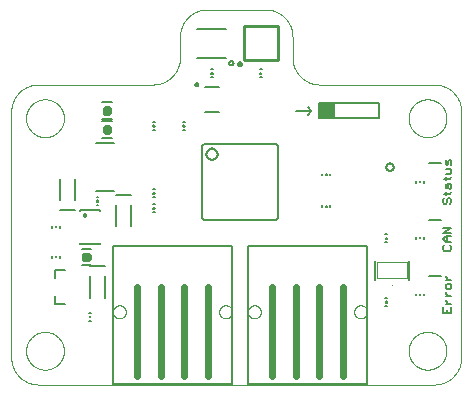
<source format=gto>
G75*
%MOIN*%
%OFA0B0*%
%FSLAX25Y25*%
%IPPOS*%
%LPD*%
%AMOC8*
5,1,8,0,0,1.08239X$1,22.5*
%
%ADD10C,0.00000*%
%ADD11C,0.00500*%
%ADD12C,0.01575*%
%ADD13C,0.00800*%
%ADD14C,0.00600*%
%ADD15R,0.01000X0.01000*%
%ADD16C,0.01200*%
%ADD17C,0.02400*%
%ADD18C,0.01000*%
%ADD19C,0.00039*%
%ADD20C,0.00295*%
D10*
X0014550Y0006924D02*
X0146550Y0006924D01*
X0146767Y0006927D01*
X0146985Y0006935D01*
X0147202Y0006948D01*
X0147419Y0006966D01*
X0147635Y0006990D01*
X0147850Y0007018D01*
X0148065Y0007052D01*
X0148279Y0007092D01*
X0148492Y0007136D01*
X0148704Y0007186D01*
X0148914Y0007240D01*
X0149124Y0007300D01*
X0149331Y0007364D01*
X0149537Y0007434D01*
X0149741Y0007509D01*
X0149944Y0007588D01*
X0150144Y0007673D01*
X0150343Y0007762D01*
X0150539Y0007856D01*
X0150733Y0007955D01*
X0150924Y0008058D01*
X0151113Y0008166D01*
X0151299Y0008279D01*
X0151482Y0008396D01*
X0151663Y0008517D01*
X0151840Y0008643D01*
X0152014Y0008773D01*
X0152186Y0008907D01*
X0152354Y0009045D01*
X0152518Y0009187D01*
X0152679Y0009334D01*
X0152837Y0009484D01*
X0152990Y0009637D01*
X0153140Y0009795D01*
X0153287Y0009956D01*
X0153429Y0010120D01*
X0153567Y0010288D01*
X0153701Y0010460D01*
X0153831Y0010634D01*
X0153957Y0010811D01*
X0154078Y0010992D01*
X0154195Y0011175D01*
X0154308Y0011361D01*
X0154416Y0011550D01*
X0154519Y0011741D01*
X0154618Y0011935D01*
X0154712Y0012131D01*
X0154801Y0012330D01*
X0154886Y0012530D01*
X0154965Y0012733D01*
X0155040Y0012937D01*
X0155110Y0013143D01*
X0155174Y0013350D01*
X0155234Y0013560D01*
X0155288Y0013770D01*
X0155338Y0013982D01*
X0155382Y0014195D01*
X0155422Y0014409D01*
X0155456Y0014624D01*
X0155484Y0014839D01*
X0155508Y0015055D01*
X0155526Y0015272D01*
X0155539Y0015489D01*
X0155547Y0015707D01*
X0155550Y0015924D01*
X0155550Y0097924D01*
X0155547Y0098141D01*
X0155539Y0098359D01*
X0155526Y0098576D01*
X0155508Y0098793D01*
X0155484Y0099009D01*
X0155456Y0099224D01*
X0155422Y0099439D01*
X0155382Y0099653D01*
X0155338Y0099866D01*
X0155288Y0100078D01*
X0155234Y0100288D01*
X0155174Y0100498D01*
X0155110Y0100705D01*
X0155040Y0100911D01*
X0154965Y0101115D01*
X0154886Y0101318D01*
X0154801Y0101518D01*
X0154712Y0101717D01*
X0154618Y0101913D01*
X0154519Y0102107D01*
X0154416Y0102298D01*
X0154308Y0102487D01*
X0154195Y0102673D01*
X0154078Y0102856D01*
X0153957Y0103037D01*
X0153831Y0103214D01*
X0153701Y0103388D01*
X0153567Y0103560D01*
X0153429Y0103728D01*
X0153287Y0103892D01*
X0153140Y0104053D01*
X0152990Y0104211D01*
X0152837Y0104364D01*
X0152679Y0104514D01*
X0152518Y0104661D01*
X0152354Y0104803D01*
X0152186Y0104941D01*
X0152014Y0105075D01*
X0151840Y0105205D01*
X0151663Y0105331D01*
X0151482Y0105452D01*
X0151299Y0105569D01*
X0151113Y0105682D01*
X0150924Y0105790D01*
X0150733Y0105893D01*
X0150539Y0105992D01*
X0150343Y0106086D01*
X0150144Y0106175D01*
X0149944Y0106260D01*
X0149741Y0106339D01*
X0149537Y0106414D01*
X0149331Y0106484D01*
X0149124Y0106548D01*
X0148914Y0106608D01*
X0148704Y0106662D01*
X0148492Y0106712D01*
X0148279Y0106756D01*
X0148065Y0106796D01*
X0147850Y0106830D01*
X0147635Y0106858D01*
X0147419Y0106882D01*
X0147202Y0106900D01*
X0146985Y0106913D01*
X0146767Y0106921D01*
X0146550Y0106924D01*
X0108300Y0106924D01*
X0108083Y0106927D01*
X0107865Y0106935D01*
X0107648Y0106948D01*
X0107431Y0106966D01*
X0107215Y0106990D01*
X0107000Y0107018D01*
X0106785Y0107052D01*
X0106571Y0107092D01*
X0106358Y0107136D01*
X0106146Y0107186D01*
X0105936Y0107240D01*
X0105726Y0107300D01*
X0105519Y0107364D01*
X0105313Y0107434D01*
X0105109Y0107509D01*
X0104906Y0107588D01*
X0104706Y0107673D01*
X0104507Y0107762D01*
X0104311Y0107856D01*
X0104117Y0107955D01*
X0103926Y0108058D01*
X0103737Y0108166D01*
X0103551Y0108279D01*
X0103368Y0108396D01*
X0103187Y0108517D01*
X0103010Y0108643D01*
X0102836Y0108773D01*
X0102664Y0108907D01*
X0102496Y0109045D01*
X0102332Y0109187D01*
X0102171Y0109334D01*
X0102013Y0109484D01*
X0101860Y0109637D01*
X0101710Y0109795D01*
X0101563Y0109956D01*
X0101421Y0110120D01*
X0101283Y0110288D01*
X0101149Y0110460D01*
X0101019Y0110634D01*
X0100893Y0110811D01*
X0100772Y0110992D01*
X0100655Y0111175D01*
X0100542Y0111361D01*
X0100434Y0111550D01*
X0100331Y0111741D01*
X0100232Y0111935D01*
X0100138Y0112131D01*
X0100049Y0112330D01*
X0099964Y0112530D01*
X0099885Y0112733D01*
X0099810Y0112937D01*
X0099740Y0113143D01*
X0099676Y0113350D01*
X0099616Y0113560D01*
X0099562Y0113770D01*
X0099512Y0113982D01*
X0099468Y0114195D01*
X0099428Y0114409D01*
X0099394Y0114624D01*
X0099366Y0114839D01*
X0099342Y0115055D01*
X0099324Y0115272D01*
X0099311Y0115489D01*
X0099303Y0115707D01*
X0099300Y0115924D01*
X0099300Y0122924D01*
X0099297Y0123141D01*
X0099289Y0123359D01*
X0099276Y0123576D01*
X0099258Y0123793D01*
X0099234Y0124009D01*
X0099206Y0124224D01*
X0099172Y0124439D01*
X0099132Y0124653D01*
X0099088Y0124866D01*
X0099038Y0125078D01*
X0098984Y0125288D01*
X0098924Y0125498D01*
X0098860Y0125705D01*
X0098790Y0125911D01*
X0098715Y0126115D01*
X0098636Y0126318D01*
X0098551Y0126518D01*
X0098462Y0126717D01*
X0098368Y0126913D01*
X0098269Y0127107D01*
X0098166Y0127298D01*
X0098058Y0127487D01*
X0097945Y0127673D01*
X0097828Y0127856D01*
X0097707Y0128037D01*
X0097581Y0128214D01*
X0097451Y0128388D01*
X0097317Y0128560D01*
X0097179Y0128728D01*
X0097037Y0128892D01*
X0096890Y0129053D01*
X0096740Y0129211D01*
X0096587Y0129364D01*
X0096429Y0129514D01*
X0096268Y0129661D01*
X0096104Y0129803D01*
X0095936Y0129941D01*
X0095764Y0130075D01*
X0095590Y0130205D01*
X0095413Y0130331D01*
X0095232Y0130452D01*
X0095049Y0130569D01*
X0094863Y0130682D01*
X0094674Y0130790D01*
X0094483Y0130893D01*
X0094289Y0130992D01*
X0094093Y0131086D01*
X0093894Y0131175D01*
X0093694Y0131260D01*
X0093491Y0131339D01*
X0093287Y0131414D01*
X0093081Y0131484D01*
X0092874Y0131548D01*
X0092664Y0131608D01*
X0092454Y0131662D01*
X0092242Y0131712D01*
X0092029Y0131756D01*
X0091815Y0131796D01*
X0091600Y0131830D01*
X0091385Y0131858D01*
X0091169Y0131882D01*
X0090952Y0131900D01*
X0090735Y0131913D01*
X0090517Y0131921D01*
X0090300Y0131924D01*
X0070800Y0131924D01*
X0070583Y0131921D01*
X0070365Y0131913D01*
X0070148Y0131900D01*
X0069931Y0131882D01*
X0069715Y0131858D01*
X0069500Y0131830D01*
X0069285Y0131796D01*
X0069071Y0131756D01*
X0068858Y0131712D01*
X0068646Y0131662D01*
X0068436Y0131608D01*
X0068226Y0131548D01*
X0068019Y0131484D01*
X0067813Y0131414D01*
X0067609Y0131339D01*
X0067406Y0131260D01*
X0067206Y0131175D01*
X0067007Y0131086D01*
X0066811Y0130992D01*
X0066617Y0130893D01*
X0066426Y0130790D01*
X0066237Y0130682D01*
X0066051Y0130569D01*
X0065868Y0130452D01*
X0065687Y0130331D01*
X0065510Y0130205D01*
X0065336Y0130075D01*
X0065164Y0129941D01*
X0064996Y0129803D01*
X0064832Y0129661D01*
X0064671Y0129514D01*
X0064513Y0129364D01*
X0064360Y0129211D01*
X0064210Y0129053D01*
X0064063Y0128892D01*
X0063921Y0128728D01*
X0063783Y0128560D01*
X0063649Y0128388D01*
X0063519Y0128214D01*
X0063393Y0128037D01*
X0063272Y0127856D01*
X0063155Y0127673D01*
X0063042Y0127487D01*
X0062934Y0127298D01*
X0062831Y0127107D01*
X0062732Y0126913D01*
X0062638Y0126717D01*
X0062549Y0126518D01*
X0062464Y0126318D01*
X0062385Y0126115D01*
X0062310Y0125911D01*
X0062240Y0125705D01*
X0062176Y0125498D01*
X0062116Y0125288D01*
X0062062Y0125078D01*
X0062012Y0124866D01*
X0061968Y0124653D01*
X0061928Y0124439D01*
X0061894Y0124224D01*
X0061866Y0124009D01*
X0061842Y0123793D01*
X0061824Y0123576D01*
X0061811Y0123359D01*
X0061803Y0123141D01*
X0061800Y0122924D01*
X0061800Y0115924D01*
X0061797Y0115707D01*
X0061789Y0115489D01*
X0061776Y0115272D01*
X0061758Y0115055D01*
X0061734Y0114839D01*
X0061706Y0114624D01*
X0061672Y0114409D01*
X0061632Y0114195D01*
X0061588Y0113982D01*
X0061538Y0113770D01*
X0061484Y0113560D01*
X0061424Y0113350D01*
X0061360Y0113143D01*
X0061290Y0112937D01*
X0061215Y0112733D01*
X0061136Y0112530D01*
X0061051Y0112330D01*
X0060962Y0112131D01*
X0060868Y0111935D01*
X0060769Y0111741D01*
X0060666Y0111550D01*
X0060558Y0111361D01*
X0060445Y0111175D01*
X0060328Y0110992D01*
X0060207Y0110811D01*
X0060081Y0110634D01*
X0059951Y0110460D01*
X0059817Y0110288D01*
X0059679Y0110120D01*
X0059537Y0109956D01*
X0059390Y0109795D01*
X0059240Y0109637D01*
X0059087Y0109484D01*
X0058929Y0109334D01*
X0058768Y0109187D01*
X0058604Y0109045D01*
X0058436Y0108907D01*
X0058264Y0108773D01*
X0058090Y0108643D01*
X0057913Y0108517D01*
X0057732Y0108396D01*
X0057549Y0108279D01*
X0057363Y0108166D01*
X0057174Y0108058D01*
X0056983Y0107955D01*
X0056789Y0107856D01*
X0056593Y0107762D01*
X0056394Y0107673D01*
X0056194Y0107588D01*
X0055991Y0107509D01*
X0055787Y0107434D01*
X0055581Y0107364D01*
X0055374Y0107300D01*
X0055164Y0107240D01*
X0054954Y0107186D01*
X0054742Y0107136D01*
X0054529Y0107092D01*
X0054315Y0107052D01*
X0054100Y0107018D01*
X0053885Y0106990D01*
X0053669Y0106966D01*
X0053452Y0106948D01*
X0053235Y0106935D01*
X0053017Y0106927D01*
X0052800Y0106924D01*
X0014550Y0106924D01*
X0014333Y0106921D01*
X0014115Y0106913D01*
X0013898Y0106900D01*
X0013681Y0106882D01*
X0013465Y0106858D01*
X0013250Y0106830D01*
X0013035Y0106796D01*
X0012821Y0106756D01*
X0012608Y0106712D01*
X0012396Y0106662D01*
X0012186Y0106608D01*
X0011976Y0106548D01*
X0011769Y0106484D01*
X0011563Y0106414D01*
X0011359Y0106339D01*
X0011156Y0106260D01*
X0010956Y0106175D01*
X0010757Y0106086D01*
X0010561Y0105992D01*
X0010367Y0105893D01*
X0010176Y0105790D01*
X0009987Y0105682D01*
X0009801Y0105569D01*
X0009618Y0105452D01*
X0009437Y0105331D01*
X0009260Y0105205D01*
X0009086Y0105075D01*
X0008914Y0104941D01*
X0008746Y0104803D01*
X0008582Y0104661D01*
X0008421Y0104514D01*
X0008263Y0104364D01*
X0008110Y0104211D01*
X0007960Y0104053D01*
X0007813Y0103892D01*
X0007671Y0103728D01*
X0007533Y0103560D01*
X0007399Y0103388D01*
X0007269Y0103214D01*
X0007143Y0103037D01*
X0007022Y0102856D01*
X0006905Y0102673D01*
X0006792Y0102487D01*
X0006684Y0102298D01*
X0006581Y0102107D01*
X0006482Y0101913D01*
X0006388Y0101717D01*
X0006299Y0101518D01*
X0006214Y0101318D01*
X0006135Y0101115D01*
X0006060Y0100911D01*
X0005990Y0100705D01*
X0005926Y0100498D01*
X0005866Y0100288D01*
X0005812Y0100078D01*
X0005762Y0099866D01*
X0005718Y0099653D01*
X0005678Y0099439D01*
X0005644Y0099224D01*
X0005616Y0099009D01*
X0005592Y0098793D01*
X0005574Y0098576D01*
X0005561Y0098359D01*
X0005553Y0098141D01*
X0005550Y0097924D01*
X0005550Y0015924D01*
X0005553Y0015707D01*
X0005561Y0015489D01*
X0005574Y0015272D01*
X0005592Y0015055D01*
X0005616Y0014839D01*
X0005644Y0014624D01*
X0005678Y0014409D01*
X0005718Y0014195D01*
X0005762Y0013982D01*
X0005812Y0013770D01*
X0005866Y0013560D01*
X0005926Y0013350D01*
X0005990Y0013143D01*
X0006060Y0012937D01*
X0006135Y0012733D01*
X0006214Y0012530D01*
X0006299Y0012330D01*
X0006388Y0012131D01*
X0006482Y0011935D01*
X0006581Y0011741D01*
X0006684Y0011550D01*
X0006792Y0011361D01*
X0006905Y0011175D01*
X0007022Y0010992D01*
X0007143Y0010811D01*
X0007269Y0010634D01*
X0007399Y0010460D01*
X0007533Y0010288D01*
X0007671Y0010120D01*
X0007813Y0009956D01*
X0007960Y0009795D01*
X0008110Y0009637D01*
X0008263Y0009484D01*
X0008421Y0009334D01*
X0008582Y0009187D01*
X0008746Y0009045D01*
X0008914Y0008907D01*
X0009086Y0008773D01*
X0009260Y0008643D01*
X0009437Y0008517D01*
X0009618Y0008396D01*
X0009801Y0008279D01*
X0009987Y0008166D01*
X0010176Y0008058D01*
X0010367Y0007955D01*
X0010561Y0007856D01*
X0010757Y0007762D01*
X0010956Y0007673D01*
X0011156Y0007588D01*
X0011359Y0007509D01*
X0011563Y0007434D01*
X0011769Y0007364D01*
X0011976Y0007300D01*
X0012186Y0007240D01*
X0012396Y0007186D01*
X0012608Y0007136D01*
X0012821Y0007092D01*
X0013035Y0007052D01*
X0013250Y0007018D01*
X0013465Y0006990D01*
X0013681Y0006966D01*
X0013898Y0006948D01*
X0014115Y0006935D01*
X0014333Y0006927D01*
X0014550Y0006924D01*
X0010501Y0018174D02*
X0010503Y0018332D01*
X0010509Y0018490D01*
X0010519Y0018648D01*
X0010533Y0018806D01*
X0010551Y0018963D01*
X0010572Y0019120D01*
X0010598Y0019276D01*
X0010628Y0019432D01*
X0010661Y0019587D01*
X0010699Y0019740D01*
X0010740Y0019893D01*
X0010785Y0020045D01*
X0010834Y0020196D01*
X0010887Y0020345D01*
X0010943Y0020493D01*
X0011003Y0020639D01*
X0011067Y0020784D01*
X0011135Y0020927D01*
X0011206Y0021069D01*
X0011280Y0021209D01*
X0011358Y0021346D01*
X0011440Y0021482D01*
X0011524Y0021616D01*
X0011613Y0021747D01*
X0011704Y0021876D01*
X0011799Y0022003D01*
X0011896Y0022128D01*
X0011997Y0022250D01*
X0012101Y0022369D01*
X0012208Y0022486D01*
X0012318Y0022600D01*
X0012431Y0022711D01*
X0012546Y0022820D01*
X0012664Y0022925D01*
X0012785Y0023027D01*
X0012908Y0023127D01*
X0013034Y0023223D01*
X0013162Y0023316D01*
X0013292Y0023406D01*
X0013425Y0023492D01*
X0013560Y0023576D01*
X0013696Y0023655D01*
X0013835Y0023732D01*
X0013976Y0023804D01*
X0014118Y0023874D01*
X0014262Y0023939D01*
X0014408Y0024001D01*
X0014555Y0024059D01*
X0014704Y0024114D01*
X0014854Y0024165D01*
X0015005Y0024212D01*
X0015157Y0024255D01*
X0015310Y0024294D01*
X0015465Y0024330D01*
X0015620Y0024361D01*
X0015776Y0024389D01*
X0015932Y0024413D01*
X0016089Y0024433D01*
X0016247Y0024449D01*
X0016404Y0024461D01*
X0016563Y0024469D01*
X0016721Y0024473D01*
X0016879Y0024473D01*
X0017037Y0024469D01*
X0017196Y0024461D01*
X0017353Y0024449D01*
X0017511Y0024433D01*
X0017668Y0024413D01*
X0017824Y0024389D01*
X0017980Y0024361D01*
X0018135Y0024330D01*
X0018290Y0024294D01*
X0018443Y0024255D01*
X0018595Y0024212D01*
X0018746Y0024165D01*
X0018896Y0024114D01*
X0019045Y0024059D01*
X0019192Y0024001D01*
X0019338Y0023939D01*
X0019482Y0023874D01*
X0019624Y0023804D01*
X0019765Y0023732D01*
X0019904Y0023655D01*
X0020040Y0023576D01*
X0020175Y0023492D01*
X0020308Y0023406D01*
X0020438Y0023316D01*
X0020566Y0023223D01*
X0020692Y0023127D01*
X0020815Y0023027D01*
X0020936Y0022925D01*
X0021054Y0022820D01*
X0021169Y0022711D01*
X0021282Y0022600D01*
X0021392Y0022486D01*
X0021499Y0022369D01*
X0021603Y0022250D01*
X0021704Y0022128D01*
X0021801Y0022003D01*
X0021896Y0021876D01*
X0021987Y0021747D01*
X0022076Y0021616D01*
X0022160Y0021482D01*
X0022242Y0021346D01*
X0022320Y0021209D01*
X0022394Y0021069D01*
X0022465Y0020927D01*
X0022533Y0020784D01*
X0022597Y0020639D01*
X0022657Y0020493D01*
X0022713Y0020345D01*
X0022766Y0020196D01*
X0022815Y0020045D01*
X0022860Y0019893D01*
X0022901Y0019740D01*
X0022939Y0019587D01*
X0022972Y0019432D01*
X0023002Y0019276D01*
X0023028Y0019120D01*
X0023049Y0018963D01*
X0023067Y0018806D01*
X0023081Y0018648D01*
X0023091Y0018490D01*
X0023097Y0018332D01*
X0023099Y0018174D01*
X0023097Y0018016D01*
X0023091Y0017858D01*
X0023081Y0017700D01*
X0023067Y0017542D01*
X0023049Y0017385D01*
X0023028Y0017228D01*
X0023002Y0017072D01*
X0022972Y0016916D01*
X0022939Y0016761D01*
X0022901Y0016608D01*
X0022860Y0016455D01*
X0022815Y0016303D01*
X0022766Y0016152D01*
X0022713Y0016003D01*
X0022657Y0015855D01*
X0022597Y0015709D01*
X0022533Y0015564D01*
X0022465Y0015421D01*
X0022394Y0015279D01*
X0022320Y0015139D01*
X0022242Y0015002D01*
X0022160Y0014866D01*
X0022076Y0014732D01*
X0021987Y0014601D01*
X0021896Y0014472D01*
X0021801Y0014345D01*
X0021704Y0014220D01*
X0021603Y0014098D01*
X0021499Y0013979D01*
X0021392Y0013862D01*
X0021282Y0013748D01*
X0021169Y0013637D01*
X0021054Y0013528D01*
X0020936Y0013423D01*
X0020815Y0013321D01*
X0020692Y0013221D01*
X0020566Y0013125D01*
X0020438Y0013032D01*
X0020308Y0012942D01*
X0020175Y0012856D01*
X0020040Y0012772D01*
X0019904Y0012693D01*
X0019765Y0012616D01*
X0019624Y0012544D01*
X0019482Y0012474D01*
X0019338Y0012409D01*
X0019192Y0012347D01*
X0019045Y0012289D01*
X0018896Y0012234D01*
X0018746Y0012183D01*
X0018595Y0012136D01*
X0018443Y0012093D01*
X0018290Y0012054D01*
X0018135Y0012018D01*
X0017980Y0011987D01*
X0017824Y0011959D01*
X0017668Y0011935D01*
X0017511Y0011915D01*
X0017353Y0011899D01*
X0017196Y0011887D01*
X0017037Y0011879D01*
X0016879Y0011875D01*
X0016721Y0011875D01*
X0016563Y0011879D01*
X0016404Y0011887D01*
X0016247Y0011899D01*
X0016089Y0011915D01*
X0015932Y0011935D01*
X0015776Y0011959D01*
X0015620Y0011987D01*
X0015465Y0012018D01*
X0015310Y0012054D01*
X0015157Y0012093D01*
X0015005Y0012136D01*
X0014854Y0012183D01*
X0014704Y0012234D01*
X0014555Y0012289D01*
X0014408Y0012347D01*
X0014262Y0012409D01*
X0014118Y0012474D01*
X0013976Y0012544D01*
X0013835Y0012616D01*
X0013696Y0012693D01*
X0013560Y0012772D01*
X0013425Y0012856D01*
X0013292Y0012942D01*
X0013162Y0013032D01*
X0013034Y0013125D01*
X0012908Y0013221D01*
X0012785Y0013321D01*
X0012664Y0013423D01*
X0012546Y0013528D01*
X0012431Y0013637D01*
X0012318Y0013748D01*
X0012208Y0013862D01*
X0012101Y0013979D01*
X0011997Y0014098D01*
X0011896Y0014220D01*
X0011799Y0014345D01*
X0011704Y0014472D01*
X0011613Y0014601D01*
X0011524Y0014732D01*
X0011440Y0014866D01*
X0011358Y0015002D01*
X0011280Y0015139D01*
X0011206Y0015279D01*
X0011135Y0015421D01*
X0011067Y0015564D01*
X0011003Y0015709D01*
X0010943Y0015855D01*
X0010887Y0016003D01*
X0010834Y0016152D01*
X0010785Y0016303D01*
X0010740Y0016455D01*
X0010699Y0016608D01*
X0010661Y0016761D01*
X0010628Y0016916D01*
X0010598Y0017072D01*
X0010572Y0017228D01*
X0010551Y0017385D01*
X0010533Y0017542D01*
X0010519Y0017700D01*
X0010509Y0017858D01*
X0010503Y0018016D01*
X0010501Y0018174D01*
X0039418Y0031156D02*
X0039420Y0031249D01*
X0039426Y0031341D01*
X0039436Y0031433D01*
X0039450Y0031524D01*
X0039467Y0031615D01*
X0039489Y0031705D01*
X0039514Y0031794D01*
X0039543Y0031882D01*
X0039576Y0031968D01*
X0039613Y0032053D01*
X0039653Y0032137D01*
X0039697Y0032218D01*
X0039744Y0032298D01*
X0039794Y0032376D01*
X0039848Y0032451D01*
X0039905Y0032524D01*
X0039965Y0032594D01*
X0040028Y0032662D01*
X0040094Y0032727D01*
X0040162Y0032789D01*
X0040233Y0032849D01*
X0040307Y0032905D01*
X0040383Y0032958D01*
X0040461Y0033007D01*
X0040541Y0033054D01*
X0040623Y0033096D01*
X0040707Y0033136D01*
X0040792Y0033171D01*
X0040879Y0033203D01*
X0040967Y0033232D01*
X0041056Y0033256D01*
X0041146Y0033277D01*
X0041237Y0033293D01*
X0041329Y0033306D01*
X0041421Y0033315D01*
X0041514Y0033320D01*
X0041606Y0033321D01*
X0041699Y0033318D01*
X0041791Y0033311D01*
X0041883Y0033300D01*
X0041974Y0033285D01*
X0042065Y0033267D01*
X0042155Y0033244D01*
X0042243Y0033218D01*
X0042331Y0033188D01*
X0042417Y0033154D01*
X0042501Y0033117D01*
X0042584Y0033075D01*
X0042665Y0033031D01*
X0042745Y0032983D01*
X0042822Y0032932D01*
X0042896Y0032877D01*
X0042969Y0032819D01*
X0043039Y0032759D01*
X0043106Y0032695D01*
X0043170Y0032629D01*
X0043232Y0032559D01*
X0043290Y0032488D01*
X0043345Y0032414D01*
X0043397Y0032337D01*
X0043446Y0032258D01*
X0043492Y0032178D01*
X0043534Y0032095D01*
X0043572Y0032011D01*
X0043607Y0031925D01*
X0043638Y0031838D01*
X0043665Y0031750D01*
X0043688Y0031660D01*
X0043708Y0031570D01*
X0043724Y0031479D01*
X0043736Y0031387D01*
X0043744Y0031295D01*
X0043748Y0031202D01*
X0043748Y0031110D01*
X0043744Y0031017D01*
X0043736Y0030925D01*
X0043724Y0030833D01*
X0043708Y0030742D01*
X0043688Y0030652D01*
X0043665Y0030562D01*
X0043638Y0030474D01*
X0043607Y0030387D01*
X0043572Y0030301D01*
X0043534Y0030217D01*
X0043492Y0030134D01*
X0043446Y0030054D01*
X0043397Y0029975D01*
X0043345Y0029898D01*
X0043290Y0029824D01*
X0043232Y0029753D01*
X0043170Y0029683D01*
X0043106Y0029617D01*
X0043039Y0029553D01*
X0042969Y0029493D01*
X0042896Y0029435D01*
X0042822Y0029380D01*
X0042745Y0029329D01*
X0042666Y0029281D01*
X0042584Y0029237D01*
X0042501Y0029195D01*
X0042417Y0029158D01*
X0042331Y0029124D01*
X0042243Y0029094D01*
X0042155Y0029068D01*
X0042065Y0029045D01*
X0041974Y0029027D01*
X0041883Y0029012D01*
X0041791Y0029001D01*
X0041699Y0028994D01*
X0041606Y0028991D01*
X0041514Y0028992D01*
X0041421Y0028997D01*
X0041329Y0029006D01*
X0041237Y0029019D01*
X0041146Y0029035D01*
X0041056Y0029056D01*
X0040967Y0029080D01*
X0040879Y0029109D01*
X0040792Y0029141D01*
X0040707Y0029176D01*
X0040623Y0029216D01*
X0040541Y0029258D01*
X0040461Y0029305D01*
X0040383Y0029354D01*
X0040307Y0029407D01*
X0040233Y0029463D01*
X0040162Y0029523D01*
X0040094Y0029585D01*
X0040028Y0029650D01*
X0039965Y0029718D01*
X0039905Y0029788D01*
X0039848Y0029861D01*
X0039794Y0029936D01*
X0039744Y0030014D01*
X0039697Y0030094D01*
X0039653Y0030175D01*
X0039613Y0030259D01*
X0039576Y0030344D01*
X0039543Y0030430D01*
X0039514Y0030518D01*
X0039489Y0030607D01*
X0039467Y0030697D01*
X0039450Y0030788D01*
X0039436Y0030879D01*
X0039426Y0030971D01*
X0039420Y0031063D01*
X0039418Y0031156D01*
X0074852Y0031156D02*
X0074854Y0031249D01*
X0074860Y0031341D01*
X0074870Y0031433D01*
X0074884Y0031524D01*
X0074901Y0031615D01*
X0074923Y0031705D01*
X0074948Y0031794D01*
X0074977Y0031882D01*
X0075010Y0031968D01*
X0075047Y0032053D01*
X0075087Y0032137D01*
X0075131Y0032218D01*
X0075178Y0032298D01*
X0075228Y0032376D01*
X0075282Y0032451D01*
X0075339Y0032524D01*
X0075399Y0032594D01*
X0075462Y0032662D01*
X0075528Y0032727D01*
X0075596Y0032789D01*
X0075667Y0032849D01*
X0075741Y0032905D01*
X0075817Y0032958D01*
X0075895Y0033007D01*
X0075975Y0033054D01*
X0076057Y0033096D01*
X0076141Y0033136D01*
X0076226Y0033171D01*
X0076313Y0033203D01*
X0076401Y0033232D01*
X0076490Y0033256D01*
X0076580Y0033277D01*
X0076671Y0033293D01*
X0076763Y0033306D01*
X0076855Y0033315D01*
X0076948Y0033320D01*
X0077040Y0033321D01*
X0077133Y0033318D01*
X0077225Y0033311D01*
X0077317Y0033300D01*
X0077408Y0033285D01*
X0077499Y0033267D01*
X0077589Y0033244D01*
X0077677Y0033218D01*
X0077765Y0033188D01*
X0077851Y0033154D01*
X0077935Y0033117D01*
X0078018Y0033075D01*
X0078099Y0033031D01*
X0078179Y0032983D01*
X0078256Y0032932D01*
X0078330Y0032877D01*
X0078403Y0032819D01*
X0078473Y0032759D01*
X0078540Y0032695D01*
X0078604Y0032629D01*
X0078666Y0032559D01*
X0078724Y0032488D01*
X0078779Y0032414D01*
X0078831Y0032337D01*
X0078880Y0032258D01*
X0078926Y0032178D01*
X0078968Y0032095D01*
X0079006Y0032011D01*
X0079041Y0031925D01*
X0079072Y0031838D01*
X0079099Y0031750D01*
X0079122Y0031660D01*
X0079142Y0031570D01*
X0079158Y0031479D01*
X0079170Y0031387D01*
X0079178Y0031295D01*
X0079182Y0031202D01*
X0079182Y0031110D01*
X0079178Y0031017D01*
X0079170Y0030925D01*
X0079158Y0030833D01*
X0079142Y0030742D01*
X0079122Y0030652D01*
X0079099Y0030562D01*
X0079072Y0030474D01*
X0079041Y0030387D01*
X0079006Y0030301D01*
X0078968Y0030217D01*
X0078926Y0030134D01*
X0078880Y0030054D01*
X0078831Y0029975D01*
X0078779Y0029898D01*
X0078724Y0029824D01*
X0078666Y0029753D01*
X0078604Y0029683D01*
X0078540Y0029617D01*
X0078473Y0029553D01*
X0078403Y0029493D01*
X0078330Y0029435D01*
X0078256Y0029380D01*
X0078179Y0029329D01*
X0078100Y0029281D01*
X0078018Y0029237D01*
X0077935Y0029195D01*
X0077851Y0029158D01*
X0077765Y0029124D01*
X0077677Y0029094D01*
X0077589Y0029068D01*
X0077499Y0029045D01*
X0077408Y0029027D01*
X0077317Y0029012D01*
X0077225Y0029001D01*
X0077133Y0028994D01*
X0077040Y0028991D01*
X0076948Y0028992D01*
X0076855Y0028997D01*
X0076763Y0029006D01*
X0076671Y0029019D01*
X0076580Y0029035D01*
X0076490Y0029056D01*
X0076401Y0029080D01*
X0076313Y0029109D01*
X0076226Y0029141D01*
X0076141Y0029176D01*
X0076057Y0029216D01*
X0075975Y0029258D01*
X0075895Y0029305D01*
X0075817Y0029354D01*
X0075741Y0029407D01*
X0075667Y0029463D01*
X0075596Y0029523D01*
X0075528Y0029585D01*
X0075462Y0029650D01*
X0075399Y0029718D01*
X0075339Y0029788D01*
X0075282Y0029861D01*
X0075228Y0029936D01*
X0075178Y0030014D01*
X0075131Y0030094D01*
X0075087Y0030175D01*
X0075047Y0030259D01*
X0075010Y0030344D01*
X0074977Y0030430D01*
X0074948Y0030518D01*
X0074923Y0030607D01*
X0074901Y0030697D01*
X0074884Y0030788D01*
X0074870Y0030879D01*
X0074860Y0030971D01*
X0074854Y0031063D01*
X0074852Y0031156D01*
X0084418Y0031156D02*
X0084420Y0031249D01*
X0084426Y0031341D01*
X0084436Y0031433D01*
X0084450Y0031524D01*
X0084467Y0031615D01*
X0084489Y0031705D01*
X0084514Y0031794D01*
X0084543Y0031882D01*
X0084576Y0031968D01*
X0084613Y0032053D01*
X0084653Y0032137D01*
X0084697Y0032218D01*
X0084744Y0032298D01*
X0084794Y0032376D01*
X0084848Y0032451D01*
X0084905Y0032524D01*
X0084965Y0032594D01*
X0085028Y0032662D01*
X0085094Y0032727D01*
X0085162Y0032789D01*
X0085233Y0032849D01*
X0085307Y0032905D01*
X0085383Y0032958D01*
X0085461Y0033007D01*
X0085541Y0033054D01*
X0085623Y0033096D01*
X0085707Y0033136D01*
X0085792Y0033171D01*
X0085879Y0033203D01*
X0085967Y0033232D01*
X0086056Y0033256D01*
X0086146Y0033277D01*
X0086237Y0033293D01*
X0086329Y0033306D01*
X0086421Y0033315D01*
X0086514Y0033320D01*
X0086606Y0033321D01*
X0086699Y0033318D01*
X0086791Y0033311D01*
X0086883Y0033300D01*
X0086974Y0033285D01*
X0087065Y0033267D01*
X0087155Y0033244D01*
X0087243Y0033218D01*
X0087331Y0033188D01*
X0087417Y0033154D01*
X0087501Y0033117D01*
X0087584Y0033075D01*
X0087665Y0033031D01*
X0087745Y0032983D01*
X0087822Y0032932D01*
X0087896Y0032877D01*
X0087969Y0032819D01*
X0088039Y0032759D01*
X0088106Y0032695D01*
X0088170Y0032629D01*
X0088232Y0032559D01*
X0088290Y0032488D01*
X0088345Y0032414D01*
X0088397Y0032337D01*
X0088446Y0032258D01*
X0088492Y0032178D01*
X0088534Y0032095D01*
X0088572Y0032011D01*
X0088607Y0031925D01*
X0088638Y0031838D01*
X0088665Y0031750D01*
X0088688Y0031660D01*
X0088708Y0031570D01*
X0088724Y0031479D01*
X0088736Y0031387D01*
X0088744Y0031295D01*
X0088748Y0031202D01*
X0088748Y0031110D01*
X0088744Y0031017D01*
X0088736Y0030925D01*
X0088724Y0030833D01*
X0088708Y0030742D01*
X0088688Y0030652D01*
X0088665Y0030562D01*
X0088638Y0030474D01*
X0088607Y0030387D01*
X0088572Y0030301D01*
X0088534Y0030217D01*
X0088492Y0030134D01*
X0088446Y0030054D01*
X0088397Y0029975D01*
X0088345Y0029898D01*
X0088290Y0029824D01*
X0088232Y0029753D01*
X0088170Y0029683D01*
X0088106Y0029617D01*
X0088039Y0029553D01*
X0087969Y0029493D01*
X0087896Y0029435D01*
X0087822Y0029380D01*
X0087745Y0029329D01*
X0087666Y0029281D01*
X0087584Y0029237D01*
X0087501Y0029195D01*
X0087417Y0029158D01*
X0087331Y0029124D01*
X0087243Y0029094D01*
X0087155Y0029068D01*
X0087065Y0029045D01*
X0086974Y0029027D01*
X0086883Y0029012D01*
X0086791Y0029001D01*
X0086699Y0028994D01*
X0086606Y0028991D01*
X0086514Y0028992D01*
X0086421Y0028997D01*
X0086329Y0029006D01*
X0086237Y0029019D01*
X0086146Y0029035D01*
X0086056Y0029056D01*
X0085967Y0029080D01*
X0085879Y0029109D01*
X0085792Y0029141D01*
X0085707Y0029176D01*
X0085623Y0029216D01*
X0085541Y0029258D01*
X0085461Y0029305D01*
X0085383Y0029354D01*
X0085307Y0029407D01*
X0085233Y0029463D01*
X0085162Y0029523D01*
X0085094Y0029585D01*
X0085028Y0029650D01*
X0084965Y0029718D01*
X0084905Y0029788D01*
X0084848Y0029861D01*
X0084794Y0029936D01*
X0084744Y0030014D01*
X0084697Y0030094D01*
X0084653Y0030175D01*
X0084613Y0030259D01*
X0084576Y0030344D01*
X0084543Y0030430D01*
X0084514Y0030518D01*
X0084489Y0030607D01*
X0084467Y0030697D01*
X0084450Y0030788D01*
X0084436Y0030879D01*
X0084426Y0030971D01*
X0084420Y0031063D01*
X0084418Y0031156D01*
X0119852Y0031156D02*
X0119854Y0031249D01*
X0119860Y0031341D01*
X0119870Y0031433D01*
X0119884Y0031524D01*
X0119901Y0031615D01*
X0119923Y0031705D01*
X0119948Y0031794D01*
X0119977Y0031882D01*
X0120010Y0031968D01*
X0120047Y0032053D01*
X0120087Y0032137D01*
X0120131Y0032218D01*
X0120178Y0032298D01*
X0120228Y0032376D01*
X0120282Y0032451D01*
X0120339Y0032524D01*
X0120399Y0032594D01*
X0120462Y0032662D01*
X0120528Y0032727D01*
X0120596Y0032789D01*
X0120667Y0032849D01*
X0120741Y0032905D01*
X0120817Y0032958D01*
X0120895Y0033007D01*
X0120975Y0033054D01*
X0121057Y0033096D01*
X0121141Y0033136D01*
X0121226Y0033171D01*
X0121313Y0033203D01*
X0121401Y0033232D01*
X0121490Y0033256D01*
X0121580Y0033277D01*
X0121671Y0033293D01*
X0121763Y0033306D01*
X0121855Y0033315D01*
X0121948Y0033320D01*
X0122040Y0033321D01*
X0122133Y0033318D01*
X0122225Y0033311D01*
X0122317Y0033300D01*
X0122408Y0033285D01*
X0122499Y0033267D01*
X0122589Y0033244D01*
X0122677Y0033218D01*
X0122765Y0033188D01*
X0122851Y0033154D01*
X0122935Y0033117D01*
X0123018Y0033075D01*
X0123099Y0033031D01*
X0123179Y0032983D01*
X0123256Y0032932D01*
X0123330Y0032877D01*
X0123403Y0032819D01*
X0123473Y0032759D01*
X0123540Y0032695D01*
X0123604Y0032629D01*
X0123666Y0032559D01*
X0123724Y0032488D01*
X0123779Y0032414D01*
X0123831Y0032337D01*
X0123880Y0032258D01*
X0123926Y0032178D01*
X0123968Y0032095D01*
X0124006Y0032011D01*
X0124041Y0031925D01*
X0124072Y0031838D01*
X0124099Y0031750D01*
X0124122Y0031660D01*
X0124142Y0031570D01*
X0124158Y0031479D01*
X0124170Y0031387D01*
X0124178Y0031295D01*
X0124182Y0031202D01*
X0124182Y0031110D01*
X0124178Y0031017D01*
X0124170Y0030925D01*
X0124158Y0030833D01*
X0124142Y0030742D01*
X0124122Y0030652D01*
X0124099Y0030562D01*
X0124072Y0030474D01*
X0124041Y0030387D01*
X0124006Y0030301D01*
X0123968Y0030217D01*
X0123926Y0030134D01*
X0123880Y0030054D01*
X0123831Y0029975D01*
X0123779Y0029898D01*
X0123724Y0029824D01*
X0123666Y0029753D01*
X0123604Y0029683D01*
X0123540Y0029617D01*
X0123473Y0029553D01*
X0123403Y0029493D01*
X0123330Y0029435D01*
X0123256Y0029380D01*
X0123179Y0029329D01*
X0123100Y0029281D01*
X0123018Y0029237D01*
X0122935Y0029195D01*
X0122851Y0029158D01*
X0122765Y0029124D01*
X0122677Y0029094D01*
X0122589Y0029068D01*
X0122499Y0029045D01*
X0122408Y0029027D01*
X0122317Y0029012D01*
X0122225Y0029001D01*
X0122133Y0028994D01*
X0122040Y0028991D01*
X0121948Y0028992D01*
X0121855Y0028997D01*
X0121763Y0029006D01*
X0121671Y0029019D01*
X0121580Y0029035D01*
X0121490Y0029056D01*
X0121401Y0029080D01*
X0121313Y0029109D01*
X0121226Y0029141D01*
X0121141Y0029176D01*
X0121057Y0029216D01*
X0120975Y0029258D01*
X0120895Y0029305D01*
X0120817Y0029354D01*
X0120741Y0029407D01*
X0120667Y0029463D01*
X0120596Y0029523D01*
X0120528Y0029585D01*
X0120462Y0029650D01*
X0120399Y0029718D01*
X0120339Y0029788D01*
X0120282Y0029861D01*
X0120228Y0029936D01*
X0120178Y0030014D01*
X0120131Y0030094D01*
X0120087Y0030175D01*
X0120047Y0030259D01*
X0120010Y0030344D01*
X0119977Y0030430D01*
X0119948Y0030518D01*
X0119923Y0030607D01*
X0119901Y0030697D01*
X0119884Y0030788D01*
X0119870Y0030879D01*
X0119860Y0030971D01*
X0119854Y0031063D01*
X0119852Y0031156D01*
X0138001Y0018174D02*
X0138003Y0018332D01*
X0138009Y0018490D01*
X0138019Y0018648D01*
X0138033Y0018806D01*
X0138051Y0018963D01*
X0138072Y0019120D01*
X0138098Y0019276D01*
X0138128Y0019432D01*
X0138161Y0019587D01*
X0138199Y0019740D01*
X0138240Y0019893D01*
X0138285Y0020045D01*
X0138334Y0020196D01*
X0138387Y0020345D01*
X0138443Y0020493D01*
X0138503Y0020639D01*
X0138567Y0020784D01*
X0138635Y0020927D01*
X0138706Y0021069D01*
X0138780Y0021209D01*
X0138858Y0021346D01*
X0138940Y0021482D01*
X0139024Y0021616D01*
X0139113Y0021747D01*
X0139204Y0021876D01*
X0139299Y0022003D01*
X0139396Y0022128D01*
X0139497Y0022250D01*
X0139601Y0022369D01*
X0139708Y0022486D01*
X0139818Y0022600D01*
X0139931Y0022711D01*
X0140046Y0022820D01*
X0140164Y0022925D01*
X0140285Y0023027D01*
X0140408Y0023127D01*
X0140534Y0023223D01*
X0140662Y0023316D01*
X0140792Y0023406D01*
X0140925Y0023492D01*
X0141060Y0023576D01*
X0141196Y0023655D01*
X0141335Y0023732D01*
X0141476Y0023804D01*
X0141618Y0023874D01*
X0141762Y0023939D01*
X0141908Y0024001D01*
X0142055Y0024059D01*
X0142204Y0024114D01*
X0142354Y0024165D01*
X0142505Y0024212D01*
X0142657Y0024255D01*
X0142810Y0024294D01*
X0142965Y0024330D01*
X0143120Y0024361D01*
X0143276Y0024389D01*
X0143432Y0024413D01*
X0143589Y0024433D01*
X0143747Y0024449D01*
X0143904Y0024461D01*
X0144063Y0024469D01*
X0144221Y0024473D01*
X0144379Y0024473D01*
X0144537Y0024469D01*
X0144696Y0024461D01*
X0144853Y0024449D01*
X0145011Y0024433D01*
X0145168Y0024413D01*
X0145324Y0024389D01*
X0145480Y0024361D01*
X0145635Y0024330D01*
X0145790Y0024294D01*
X0145943Y0024255D01*
X0146095Y0024212D01*
X0146246Y0024165D01*
X0146396Y0024114D01*
X0146545Y0024059D01*
X0146692Y0024001D01*
X0146838Y0023939D01*
X0146982Y0023874D01*
X0147124Y0023804D01*
X0147265Y0023732D01*
X0147404Y0023655D01*
X0147540Y0023576D01*
X0147675Y0023492D01*
X0147808Y0023406D01*
X0147938Y0023316D01*
X0148066Y0023223D01*
X0148192Y0023127D01*
X0148315Y0023027D01*
X0148436Y0022925D01*
X0148554Y0022820D01*
X0148669Y0022711D01*
X0148782Y0022600D01*
X0148892Y0022486D01*
X0148999Y0022369D01*
X0149103Y0022250D01*
X0149204Y0022128D01*
X0149301Y0022003D01*
X0149396Y0021876D01*
X0149487Y0021747D01*
X0149576Y0021616D01*
X0149660Y0021482D01*
X0149742Y0021346D01*
X0149820Y0021209D01*
X0149894Y0021069D01*
X0149965Y0020927D01*
X0150033Y0020784D01*
X0150097Y0020639D01*
X0150157Y0020493D01*
X0150213Y0020345D01*
X0150266Y0020196D01*
X0150315Y0020045D01*
X0150360Y0019893D01*
X0150401Y0019740D01*
X0150439Y0019587D01*
X0150472Y0019432D01*
X0150502Y0019276D01*
X0150528Y0019120D01*
X0150549Y0018963D01*
X0150567Y0018806D01*
X0150581Y0018648D01*
X0150591Y0018490D01*
X0150597Y0018332D01*
X0150599Y0018174D01*
X0150597Y0018016D01*
X0150591Y0017858D01*
X0150581Y0017700D01*
X0150567Y0017542D01*
X0150549Y0017385D01*
X0150528Y0017228D01*
X0150502Y0017072D01*
X0150472Y0016916D01*
X0150439Y0016761D01*
X0150401Y0016608D01*
X0150360Y0016455D01*
X0150315Y0016303D01*
X0150266Y0016152D01*
X0150213Y0016003D01*
X0150157Y0015855D01*
X0150097Y0015709D01*
X0150033Y0015564D01*
X0149965Y0015421D01*
X0149894Y0015279D01*
X0149820Y0015139D01*
X0149742Y0015002D01*
X0149660Y0014866D01*
X0149576Y0014732D01*
X0149487Y0014601D01*
X0149396Y0014472D01*
X0149301Y0014345D01*
X0149204Y0014220D01*
X0149103Y0014098D01*
X0148999Y0013979D01*
X0148892Y0013862D01*
X0148782Y0013748D01*
X0148669Y0013637D01*
X0148554Y0013528D01*
X0148436Y0013423D01*
X0148315Y0013321D01*
X0148192Y0013221D01*
X0148066Y0013125D01*
X0147938Y0013032D01*
X0147808Y0012942D01*
X0147675Y0012856D01*
X0147540Y0012772D01*
X0147404Y0012693D01*
X0147265Y0012616D01*
X0147124Y0012544D01*
X0146982Y0012474D01*
X0146838Y0012409D01*
X0146692Y0012347D01*
X0146545Y0012289D01*
X0146396Y0012234D01*
X0146246Y0012183D01*
X0146095Y0012136D01*
X0145943Y0012093D01*
X0145790Y0012054D01*
X0145635Y0012018D01*
X0145480Y0011987D01*
X0145324Y0011959D01*
X0145168Y0011935D01*
X0145011Y0011915D01*
X0144853Y0011899D01*
X0144696Y0011887D01*
X0144537Y0011879D01*
X0144379Y0011875D01*
X0144221Y0011875D01*
X0144063Y0011879D01*
X0143904Y0011887D01*
X0143747Y0011899D01*
X0143589Y0011915D01*
X0143432Y0011935D01*
X0143276Y0011959D01*
X0143120Y0011987D01*
X0142965Y0012018D01*
X0142810Y0012054D01*
X0142657Y0012093D01*
X0142505Y0012136D01*
X0142354Y0012183D01*
X0142204Y0012234D01*
X0142055Y0012289D01*
X0141908Y0012347D01*
X0141762Y0012409D01*
X0141618Y0012474D01*
X0141476Y0012544D01*
X0141335Y0012616D01*
X0141196Y0012693D01*
X0141060Y0012772D01*
X0140925Y0012856D01*
X0140792Y0012942D01*
X0140662Y0013032D01*
X0140534Y0013125D01*
X0140408Y0013221D01*
X0140285Y0013321D01*
X0140164Y0013423D01*
X0140046Y0013528D01*
X0139931Y0013637D01*
X0139818Y0013748D01*
X0139708Y0013862D01*
X0139601Y0013979D01*
X0139497Y0014098D01*
X0139396Y0014220D01*
X0139299Y0014345D01*
X0139204Y0014472D01*
X0139113Y0014601D01*
X0139024Y0014732D01*
X0138940Y0014866D01*
X0138858Y0015002D01*
X0138780Y0015139D01*
X0138706Y0015279D01*
X0138635Y0015421D01*
X0138567Y0015564D01*
X0138503Y0015709D01*
X0138443Y0015855D01*
X0138387Y0016003D01*
X0138334Y0016152D01*
X0138285Y0016303D01*
X0138240Y0016455D01*
X0138199Y0016608D01*
X0138161Y0016761D01*
X0138128Y0016916D01*
X0138098Y0017072D01*
X0138072Y0017228D01*
X0138051Y0017385D01*
X0138033Y0017542D01*
X0138019Y0017700D01*
X0138009Y0017858D01*
X0138003Y0018016D01*
X0138001Y0018174D01*
X0138001Y0095674D02*
X0138003Y0095832D01*
X0138009Y0095990D01*
X0138019Y0096148D01*
X0138033Y0096306D01*
X0138051Y0096463D01*
X0138072Y0096620D01*
X0138098Y0096776D01*
X0138128Y0096932D01*
X0138161Y0097087D01*
X0138199Y0097240D01*
X0138240Y0097393D01*
X0138285Y0097545D01*
X0138334Y0097696D01*
X0138387Y0097845D01*
X0138443Y0097993D01*
X0138503Y0098139D01*
X0138567Y0098284D01*
X0138635Y0098427D01*
X0138706Y0098569D01*
X0138780Y0098709D01*
X0138858Y0098846D01*
X0138940Y0098982D01*
X0139024Y0099116D01*
X0139113Y0099247D01*
X0139204Y0099376D01*
X0139299Y0099503D01*
X0139396Y0099628D01*
X0139497Y0099750D01*
X0139601Y0099869D01*
X0139708Y0099986D01*
X0139818Y0100100D01*
X0139931Y0100211D01*
X0140046Y0100320D01*
X0140164Y0100425D01*
X0140285Y0100527D01*
X0140408Y0100627D01*
X0140534Y0100723D01*
X0140662Y0100816D01*
X0140792Y0100906D01*
X0140925Y0100992D01*
X0141060Y0101076D01*
X0141196Y0101155D01*
X0141335Y0101232D01*
X0141476Y0101304D01*
X0141618Y0101374D01*
X0141762Y0101439D01*
X0141908Y0101501D01*
X0142055Y0101559D01*
X0142204Y0101614D01*
X0142354Y0101665D01*
X0142505Y0101712D01*
X0142657Y0101755D01*
X0142810Y0101794D01*
X0142965Y0101830D01*
X0143120Y0101861D01*
X0143276Y0101889D01*
X0143432Y0101913D01*
X0143589Y0101933D01*
X0143747Y0101949D01*
X0143904Y0101961D01*
X0144063Y0101969D01*
X0144221Y0101973D01*
X0144379Y0101973D01*
X0144537Y0101969D01*
X0144696Y0101961D01*
X0144853Y0101949D01*
X0145011Y0101933D01*
X0145168Y0101913D01*
X0145324Y0101889D01*
X0145480Y0101861D01*
X0145635Y0101830D01*
X0145790Y0101794D01*
X0145943Y0101755D01*
X0146095Y0101712D01*
X0146246Y0101665D01*
X0146396Y0101614D01*
X0146545Y0101559D01*
X0146692Y0101501D01*
X0146838Y0101439D01*
X0146982Y0101374D01*
X0147124Y0101304D01*
X0147265Y0101232D01*
X0147404Y0101155D01*
X0147540Y0101076D01*
X0147675Y0100992D01*
X0147808Y0100906D01*
X0147938Y0100816D01*
X0148066Y0100723D01*
X0148192Y0100627D01*
X0148315Y0100527D01*
X0148436Y0100425D01*
X0148554Y0100320D01*
X0148669Y0100211D01*
X0148782Y0100100D01*
X0148892Y0099986D01*
X0148999Y0099869D01*
X0149103Y0099750D01*
X0149204Y0099628D01*
X0149301Y0099503D01*
X0149396Y0099376D01*
X0149487Y0099247D01*
X0149576Y0099116D01*
X0149660Y0098982D01*
X0149742Y0098846D01*
X0149820Y0098709D01*
X0149894Y0098569D01*
X0149965Y0098427D01*
X0150033Y0098284D01*
X0150097Y0098139D01*
X0150157Y0097993D01*
X0150213Y0097845D01*
X0150266Y0097696D01*
X0150315Y0097545D01*
X0150360Y0097393D01*
X0150401Y0097240D01*
X0150439Y0097087D01*
X0150472Y0096932D01*
X0150502Y0096776D01*
X0150528Y0096620D01*
X0150549Y0096463D01*
X0150567Y0096306D01*
X0150581Y0096148D01*
X0150591Y0095990D01*
X0150597Y0095832D01*
X0150599Y0095674D01*
X0150597Y0095516D01*
X0150591Y0095358D01*
X0150581Y0095200D01*
X0150567Y0095042D01*
X0150549Y0094885D01*
X0150528Y0094728D01*
X0150502Y0094572D01*
X0150472Y0094416D01*
X0150439Y0094261D01*
X0150401Y0094108D01*
X0150360Y0093955D01*
X0150315Y0093803D01*
X0150266Y0093652D01*
X0150213Y0093503D01*
X0150157Y0093355D01*
X0150097Y0093209D01*
X0150033Y0093064D01*
X0149965Y0092921D01*
X0149894Y0092779D01*
X0149820Y0092639D01*
X0149742Y0092502D01*
X0149660Y0092366D01*
X0149576Y0092232D01*
X0149487Y0092101D01*
X0149396Y0091972D01*
X0149301Y0091845D01*
X0149204Y0091720D01*
X0149103Y0091598D01*
X0148999Y0091479D01*
X0148892Y0091362D01*
X0148782Y0091248D01*
X0148669Y0091137D01*
X0148554Y0091028D01*
X0148436Y0090923D01*
X0148315Y0090821D01*
X0148192Y0090721D01*
X0148066Y0090625D01*
X0147938Y0090532D01*
X0147808Y0090442D01*
X0147675Y0090356D01*
X0147540Y0090272D01*
X0147404Y0090193D01*
X0147265Y0090116D01*
X0147124Y0090044D01*
X0146982Y0089974D01*
X0146838Y0089909D01*
X0146692Y0089847D01*
X0146545Y0089789D01*
X0146396Y0089734D01*
X0146246Y0089683D01*
X0146095Y0089636D01*
X0145943Y0089593D01*
X0145790Y0089554D01*
X0145635Y0089518D01*
X0145480Y0089487D01*
X0145324Y0089459D01*
X0145168Y0089435D01*
X0145011Y0089415D01*
X0144853Y0089399D01*
X0144696Y0089387D01*
X0144537Y0089379D01*
X0144379Y0089375D01*
X0144221Y0089375D01*
X0144063Y0089379D01*
X0143904Y0089387D01*
X0143747Y0089399D01*
X0143589Y0089415D01*
X0143432Y0089435D01*
X0143276Y0089459D01*
X0143120Y0089487D01*
X0142965Y0089518D01*
X0142810Y0089554D01*
X0142657Y0089593D01*
X0142505Y0089636D01*
X0142354Y0089683D01*
X0142204Y0089734D01*
X0142055Y0089789D01*
X0141908Y0089847D01*
X0141762Y0089909D01*
X0141618Y0089974D01*
X0141476Y0090044D01*
X0141335Y0090116D01*
X0141196Y0090193D01*
X0141060Y0090272D01*
X0140925Y0090356D01*
X0140792Y0090442D01*
X0140662Y0090532D01*
X0140534Y0090625D01*
X0140408Y0090721D01*
X0140285Y0090821D01*
X0140164Y0090923D01*
X0140046Y0091028D01*
X0139931Y0091137D01*
X0139818Y0091248D01*
X0139708Y0091362D01*
X0139601Y0091479D01*
X0139497Y0091598D01*
X0139396Y0091720D01*
X0139299Y0091845D01*
X0139204Y0091972D01*
X0139113Y0092101D01*
X0139024Y0092232D01*
X0138940Y0092366D01*
X0138858Y0092502D01*
X0138780Y0092639D01*
X0138706Y0092779D01*
X0138635Y0092921D01*
X0138567Y0093064D01*
X0138503Y0093209D01*
X0138443Y0093355D01*
X0138387Y0093503D01*
X0138334Y0093652D01*
X0138285Y0093803D01*
X0138240Y0093955D01*
X0138199Y0094108D01*
X0138161Y0094261D01*
X0138128Y0094416D01*
X0138098Y0094572D01*
X0138072Y0094728D01*
X0138051Y0094885D01*
X0138033Y0095042D01*
X0138019Y0095200D01*
X0138009Y0095358D01*
X0138003Y0095516D01*
X0138001Y0095674D01*
X0010501Y0095674D02*
X0010503Y0095832D01*
X0010509Y0095990D01*
X0010519Y0096148D01*
X0010533Y0096306D01*
X0010551Y0096463D01*
X0010572Y0096620D01*
X0010598Y0096776D01*
X0010628Y0096932D01*
X0010661Y0097087D01*
X0010699Y0097240D01*
X0010740Y0097393D01*
X0010785Y0097545D01*
X0010834Y0097696D01*
X0010887Y0097845D01*
X0010943Y0097993D01*
X0011003Y0098139D01*
X0011067Y0098284D01*
X0011135Y0098427D01*
X0011206Y0098569D01*
X0011280Y0098709D01*
X0011358Y0098846D01*
X0011440Y0098982D01*
X0011524Y0099116D01*
X0011613Y0099247D01*
X0011704Y0099376D01*
X0011799Y0099503D01*
X0011896Y0099628D01*
X0011997Y0099750D01*
X0012101Y0099869D01*
X0012208Y0099986D01*
X0012318Y0100100D01*
X0012431Y0100211D01*
X0012546Y0100320D01*
X0012664Y0100425D01*
X0012785Y0100527D01*
X0012908Y0100627D01*
X0013034Y0100723D01*
X0013162Y0100816D01*
X0013292Y0100906D01*
X0013425Y0100992D01*
X0013560Y0101076D01*
X0013696Y0101155D01*
X0013835Y0101232D01*
X0013976Y0101304D01*
X0014118Y0101374D01*
X0014262Y0101439D01*
X0014408Y0101501D01*
X0014555Y0101559D01*
X0014704Y0101614D01*
X0014854Y0101665D01*
X0015005Y0101712D01*
X0015157Y0101755D01*
X0015310Y0101794D01*
X0015465Y0101830D01*
X0015620Y0101861D01*
X0015776Y0101889D01*
X0015932Y0101913D01*
X0016089Y0101933D01*
X0016247Y0101949D01*
X0016404Y0101961D01*
X0016563Y0101969D01*
X0016721Y0101973D01*
X0016879Y0101973D01*
X0017037Y0101969D01*
X0017196Y0101961D01*
X0017353Y0101949D01*
X0017511Y0101933D01*
X0017668Y0101913D01*
X0017824Y0101889D01*
X0017980Y0101861D01*
X0018135Y0101830D01*
X0018290Y0101794D01*
X0018443Y0101755D01*
X0018595Y0101712D01*
X0018746Y0101665D01*
X0018896Y0101614D01*
X0019045Y0101559D01*
X0019192Y0101501D01*
X0019338Y0101439D01*
X0019482Y0101374D01*
X0019624Y0101304D01*
X0019765Y0101232D01*
X0019904Y0101155D01*
X0020040Y0101076D01*
X0020175Y0100992D01*
X0020308Y0100906D01*
X0020438Y0100816D01*
X0020566Y0100723D01*
X0020692Y0100627D01*
X0020815Y0100527D01*
X0020936Y0100425D01*
X0021054Y0100320D01*
X0021169Y0100211D01*
X0021282Y0100100D01*
X0021392Y0099986D01*
X0021499Y0099869D01*
X0021603Y0099750D01*
X0021704Y0099628D01*
X0021801Y0099503D01*
X0021896Y0099376D01*
X0021987Y0099247D01*
X0022076Y0099116D01*
X0022160Y0098982D01*
X0022242Y0098846D01*
X0022320Y0098709D01*
X0022394Y0098569D01*
X0022465Y0098427D01*
X0022533Y0098284D01*
X0022597Y0098139D01*
X0022657Y0097993D01*
X0022713Y0097845D01*
X0022766Y0097696D01*
X0022815Y0097545D01*
X0022860Y0097393D01*
X0022901Y0097240D01*
X0022939Y0097087D01*
X0022972Y0096932D01*
X0023002Y0096776D01*
X0023028Y0096620D01*
X0023049Y0096463D01*
X0023067Y0096306D01*
X0023081Y0096148D01*
X0023091Y0095990D01*
X0023097Y0095832D01*
X0023099Y0095674D01*
X0023097Y0095516D01*
X0023091Y0095358D01*
X0023081Y0095200D01*
X0023067Y0095042D01*
X0023049Y0094885D01*
X0023028Y0094728D01*
X0023002Y0094572D01*
X0022972Y0094416D01*
X0022939Y0094261D01*
X0022901Y0094108D01*
X0022860Y0093955D01*
X0022815Y0093803D01*
X0022766Y0093652D01*
X0022713Y0093503D01*
X0022657Y0093355D01*
X0022597Y0093209D01*
X0022533Y0093064D01*
X0022465Y0092921D01*
X0022394Y0092779D01*
X0022320Y0092639D01*
X0022242Y0092502D01*
X0022160Y0092366D01*
X0022076Y0092232D01*
X0021987Y0092101D01*
X0021896Y0091972D01*
X0021801Y0091845D01*
X0021704Y0091720D01*
X0021603Y0091598D01*
X0021499Y0091479D01*
X0021392Y0091362D01*
X0021282Y0091248D01*
X0021169Y0091137D01*
X0021054Y0091028D01*
X0020936Y0090923D01*
X0020815Y0090821D01*
X0020692Y0090721D01*
X0020566Y0090625D01*
X0020438Y0090532D01*
X0020308Y0090442D01*
X0020175Y0090356D01*
X0020040Y0090272D01*
X0019904Y0090193D01*
X0019765Y0090116D01*
X0019624Y0090044D01*
X0019482Y0089974D01*
X0019338Y0089909D01*
X0019192Y0089847D01*
X0019045Y0089789D01*
X0018896Y0089734D01*
X0018746Y0089683D01*
X0018595Y0089636D01*
X0018443Y0089593D01*
X0018290Y0089554D01*
X0018135Y0089518D01*
X0017980Y0089487D01*
X0017824Y0089459D01*
X0017668Y0089435D01*
X0017511Y0089415D01*
X0017353Y0089399D01*
X0017196Y0089387D01*
X0017037Y0089379D01*
X0016879Y0089375D01*
X0016721Y0089375D01*
X0016563Y0089379D01*
X0016404Y0089387D01*
X0016247Y0089399D01*
X0016089Y0089415D01*
X0015932Y0089435D01*
X0015776Y0089459D01*
X0015620Y0089487D01*
X0015465Y0089518D01*
X0015310Y0089554D01*
X0015157Y0089593D01*
X0015005Y0089636D01*
X0014854Y0089683D01*
X0014704Y0089734D01*
X0014555Y0089789D01*
X0014408Y0089847D01*
X0014262Y0089909D01*
X0014118Y0089974D01*
X0013976Y0090044D01*
X0013835Y0090116D01*
X0013696Y0090193D01*
X0013560Y0090272D01*
X0013425Y0090356D01*
X0013292Y0090442D01*
X0013162Y0090532D01*
X0013034Y0090625D01*
X0012908Y0090721D01*
X0012785Y0090821D01*
X0012664Y0090923D01*
X0012546Y0091028D01*
X0012431Y0091137D01*
X0012318Y0091248D01*
X0012208Y0091362D01*
X0012101Y0091479D01*
X0011997Y0091598D01*
X0011896Y0091720D01*
X0011799Y0091845D01*
X0011704Y0091972D01*
X0011613Y0092101D01*
X0011524Y0092232D01*
X0011440Y0092366D01*
X0011358Y0092502D01*
X0011280Y0092639D01*
X0011206Y0092779D01*
X0011135Y0092921D01*
X0011067Y0093064D01*
X0011003Y0093209D01*
X0010943Y0093355D01*
X0010887Y0093503D01*
X0010834Y0093652D01*
X0010785Y0093803D01*
X0010740Y0093955D01*
X0010699Y0094108D01*
X0010661Y0094261D01*
X0010628Y0094416D01*
X0010598Y0094572D01*
X0010572Y0094728D01*
X0010551Y0094885D01*
X0010533Y0095042D01*
X0010519Y0095200D01*
X0010509Y0095358D01*
X0010503Y0095516D01*
X0010501Y0095674D01*
D11*
X0035850Y0095418D02*
X0039000Y0095418D01*
X0039000Y0094680D02*
X0035850Y0094680D01*
X0035850Y0089168D02*
X0039000Y0089168D01*
X0039000Y0100930D02*
X0035850Y0100930D01*
X0052750Y0094474D02*
X0053350Y0094474D01*
X0052800Y0093174D02*
X0052802Y0093205D01*
X0052808Y0093236D01*
X0052818Y0093266D01*
X0052831Y0093294D01*
X0052848Y0093321D01*
X0052868Y0093345D01*
X0052891Y0093367D01*
X0052916Y0093385D01*
X0052944Y0093400D01*
X0052973Y0093412D01*
X0053003Y0093420D01*
X0053034Y0093424D01*
X0053066Y0093424D01*
X0053097Y0093420D01*
X0053127Y0093412D01*
X0053156Y0093400D01*
X0053184Y0093385D01*
X0053209Y0093367D01*
X0053232Y0093345D01*
X0053252Y0093321D01*
X0053269Y0093294D01*
X0053282Y0093266D01*
X0053292Y0093236D01*
X0053298Y0093205D01*
X0053300Y0093174D01*
X0053298Y0093143D01*
X0053292Y0093112D01*
X0053282Y0093082D01*
X0053269Y0093054D01*
X0053252Y0093027D01*
X0053232Y0093003D01*
X0053209Y0092981D01*
X0053184Y0092963D01*
X0053156Y0092948D01*
X0053127Y0092936D01*
X0053097Y0092928D01*
X0053066Y0092924D01*
X0053034Y0092924D01*
X0053003Y0092928D01*
X0052973Y0092936D01*
X0052944Y0092948D01*
X0052916Y0092963D01*
X0052891Y0092981D01*
X0052868Y0093003D01*
X0052848Y0093027D01*
X0052831Y0093054D01*
X0052818Y0093082D01*
X0052808Y0093112D01*
X0052802Y0093143D01*
X0052800Y0093174D01*
X0052750Y0091874D02*
X0053350Y0091874D01*
X0062750Y0091874D02*
X0063350Y0091874D01*
X0062800Y0093174D02*
X0062802Y0093205D01*
X0062808Y0093236D01*
X0062818Y0093266D01*
X0062831Y0093294D01*
X0062848Y0093321D01*
X0062868Y0093345D01*
X0062891Y0093367D01*
X0062916Y0093385D01*
X0062944Y0093400D01*
X0062973Y0093412D01*
X0063003Y0093420D01*
X0063034Y0093424D01*
X0063066Y0093424D01*
X0063097Y0093420D01*
X0063127Y0093412D01*
X0063156Y0093400D01*
X0063184Y0093385D01*
X0063209Y0093367D01*
X0063232Y0093345D01*
X0063252Y0093321D01*
X0063269Y0093294D01*
X0063282Y0093266D01*
X0063292Y0093236D01*
X0063298Y0093205D01*
X0063300Y0093174D01*
X0063298Y0093143D01*
X0063292Y0093112D01*
X0063282Y0093082D01*
X0063269Y0093054D01*
X0063252Y0093027D01*
X0063232Y0093003D01*
X0063209Y0092981D01*
X0063184Y0092963D01*
X0063156Y0092948D01*
X0063127Y0092936D01*
X0063097Y0092928D01*
X0063066Y0092924D01*
X0063034Y0092924D01*
X0063003Y0092928D01*
X0062973Y0092936D01*
X0062944Y0092948D01*
X0062916Y0092963D01*
X0062891Y0092981D01*
X0062868Y0093003D01*
X0062848Y0093027D01*
X0062831Y0093054D01*
X0062818Y0093082D01*
X0062808Y0093112D01*
X0062802Y0093143D01*
X0062800Y0093174D01*
X0062750Y0094474D02*
X0063350Y0094474D01*
X0070161Y0097692D02*
X0074689Y0097692D01*
X0074689Y0106156D02*
X0070161Y0106156D01*
X0066925Y0106924D02*
X0066927Y0106968D01*
X0066933Y0107012D01*
X0066943Y0107055D01*
X0066956Y0107097D01*
X0066973Y0107138D01*
X0066994Y0107177D01*
X0067018Y0107214D01*
X0067045Y0107249D01*
X0067075Y0107281D01*
X0067108Y0107311D01*
X0067144Y0107337D01*
X0067181Y0107361D01*
X0067221Y0107380D01*
X0067262Y0107397D01*
X0067305Y0107409D01*
X0067348Y0107418D01*
X0067392Y0107423D01*
X0067436Y0107424D01*
X0067480Y0107421D01*
X0067524Y0107414D01*
X0067567Y0107403D01*
X0067609Y0107389D01*
X0067649Y0107371D01*
X0067688Y0107349D01*
X0067724Y0107325D01*
X0067758Y0107297D01*
X0067790Y0107266D01*
X0067819Y0107232D01*
X0067845Y0107196D01*
X0067867Y0107158D01*
X0067886Y0107118D01*
X0067901Y0107076D01*
X0067913Y0107034D01*
X0067921Y0106990D01*
X0067925Y0106946D01*
X0067925Y0106902D01*
X0067921Y0106858D01*
X0067913Y0106814D01*
X0067901Y0106772D01*
X0067886Y0106730D01*
X0067867Y0106690D01*
X0067845Y0106652D01*
X0067819Y0106616D01*
X0067790Y0106582D01*
X0067758Y0106551D01*
X0067724Y0106523D01*
X0067688Y0106499D01*
X0067649Y0106477D01*
X0067609Y0106459D01*
X0067567Y0106445D01*
X0067524Y0106434D01*
X0067480Y0106427D01*
X0067436Y0106424D01*
X0067392Y0106425D01*
X0067348Y0106430D01*
X0067305Y0106439D01*
X0067262Y0106451D01*
X0067221Y0106468D01*
X0067181Y0106487D01*
X0067144Y0106511D01*
X0067108Y0106537D01*
X0067075Y0106567D01*
X0067045Y0106599D01*
X0067018Y0106634D01*
X0066994Y0106671D01*
X0066973Y0106710D01*
X0066956Y0106751D01*
X0066943Y0106793D01*
X0066933Y0106836D01*
X0066927Y0106880D01*
X0066925Y0106924D01*
X0072125Y0109374D02*
X0072725Y0109374D01*
X0072175Y0110674D02*
X0072177Y0110705D01*
X0072183Y0110736D01*
X0072193Y0110766D01*
X0072206Y0110794D01*
X0072223Y0110821D01*
X0072243Y0110845D01*
X0072266Y0110867D01*
X0072291Y0110885D01*
X0072319Y0110900D01*
X0072348Y0110912D01*
X0072378Y0110920D01*
X0072409Y0110924D01*
X0072441Y0110924D01*
X0072472Y0110920D01*
X0072502Y0110912D01*
X0072531Y0110900D01*
X0072559Y0110885D01*
X0072584Y0110867D01*
X0072607Y0110845D01*
X0072627Y0110821D01*
X0072644Y0110794D01*
X0072657Y0110766D01*
X0072667Y0110736D01*
X0072673Y0110705D01*
X0072675Y0110674D01*
X0072673Y0110643D01*
X0072667Y0110612D01*
X0072657Y0110582D01*
X0072644Y0110554D01*
X0072627Y0110527D01*
X0072607Y0110503D01*
X0072584Y0110481D01*
X0072559Y0110463D01*
X0072531Y0110448D01*
X0072502Y0110436D01*
X0072472Y0110428D01*
X0072441Y0110424D01*
X0072409Y0110424D01*
X0072378Y0110428D01*
X0072348Y0110436D01*
X0072319Y0110448D01*
X0072291Y0110463D01*
X0072266Y0110481D01*
X0072243Y0110503D01*
X0072223Y0110527D01*
X0072206Y0110554D01*
X0072193Y0110582D01*
X0072183Y0110612D01*
X0072177Y0110643D01*
X0072175Y0110674D01*
X0072125Y0111974D02*
X0072725Y0111974D01*
X0077248Y0115851D02*
X0067602Y0115851D01*
X0067602Y0125497D02*
X0077248Y0125497D01*
X0078218Y0114174D02*
X0078220Y0114227D01*
X0078226Y0114279D01*
X0078236Y0114331D01*
X0078249Y0114382D01*
X0078267Y0114432D01*
X0078288Y0114481D01*
X0078313Y0114528D01*
X0078341Y0114572D01*
X0078372Y0114615D01*
X0078407Y0114655D01*
X0078444Y0114692D01*
X0078484Y0114727D01*
X0078527Y0114758D01*
X0078572Y0114786D01*
X0078618Y0114811D01*
X0078667Y0114832D01*
X0078717Y0114850D01*
X0078768Y0114863D01*
X0078820Y0114873D01*
X0078872Y0114879D01*
X0078925Y0114881D01*
X0078978Y0114879D01*
X0079030Y0114873D01*
X0079082Y0114863D01*
X0079133Y0114850D01*
X0079183Y0114832D01*
X0079232Y0114811D01*
X0079279Y0114786D01*
X0079323Y0114758D01*
X0079366Y0114727D01*
X0079406Y0114692D01*
X0079443Y0114655D01*
X0079478Y0114615D01*
X0079509Y0114572D01*
X0079537Y0114527D01*
X0079562Y0114481D01*
X0079583Y0114432D01*
X0079601Y0114382D01*
X0079614Y0114331D01*
X0079624Y0114279D01*
X0079630Y0114227D01*
X0079632Y0114174D01*
X0079630Y0114121D01*
X0079624Y0114069D01*
X0079614Y0114017D01*
X0079601Y0113966D01*
X0079583Y0113916D01*
X0079562Y0113867D01*
X0079537Y0113820D01*
X0079509Y0113776D01*
X0079478Y0113733D01*
X0079443Y0113693D01*
X0079406Y0113656D01*
X0079366Y0113621D01*
X0079323Y0113590D01*
X0079278Y0113562D01*
X0079232Y0113537D01*
X0079183Y0113516D01*
X0079133Y0113498D01*
X0079082Y0113485D01*
X0079030Y0113475D01*
X0078978Y0113469D01*
X0078925Y0113467D01*
X0078872Y0113469D01*
X0078820Y0113475D01*
X0078768Y0113485D01*
X0078717Y0113498D01*
X0078667Y0113516D01*
X0078618Y0113537D01*
X0078571Y0113562D01*
X0078527Y0113590D01*
X0078484Y0113621D01*
X0078444Y0113656D01*
X0078407Y0113693D01*
X0078372Y0113733D01*
X0078341Y0113776D01*
X0078313Y0113821D01*
X0078288Y0113867D01*
X0078267Y0113916D01*
X0078249Y0113966D01*
X0078236Y0114017D01*
X0078226Y0114069D01*
X0078220Y0114121D01*
X0078218Y0114174D01*
X0081650Y0113799D02*
X0081652Y0113823D01*
X0081658Y0113847D01*
X0081667Y0113869D01*
X0081680Y0113889D01*
X0081696Y0113907D01*
X0081715Y0113922D01*
X0081736Y0113935D01*
X0081758Y0113943D01*
X0081782Y0113948D01*
X0081806Y0113949D01*
X0081830Y0113946D01*
X0081853Y0113939D01*
X0081875Y0113929D01*
X0081895Y0113915D01*
X0081912Y0113898D01*
X0081927Y0113879D01*
X0081938Y0113858D01*
X0081946Y0113835D01*
X0081950Y0113811D01*
X0081950Y0113787D01*
X0081946Y0113763D01*
X0081938Y0113740D01*
X0081927Y0113719D01*
X0081912Y0113700D01*
X0081895Y0113683D01*
X0081875Y0113669D01*
X0081853Y0113659D01*
X0081830Y0113652D01*
X0081806Y0113649D01*
X0081782Y0113650D01*
X0081758Y0113655D01*
X0081736Y0113663D01*
X0081715Y0113676D01*
X0081696Y0113691D01*
X0081680Y0113709D01*
X0081667Y0113729D01*
X0081658Y0113751D01*
X0081652Y0113775D01*
X0081650Y0113799D01*
X0081487Y0113799D02*
X0081489Y0113834D01*
X0081495Y0113869D01*
X0081505Y0113902D01*
X0081518Y0113935D01*
X0081535Y0113966D01*
X0081555Y0113994D01*
X0081579Y0114020D01*
X0081605Y0114044D01*
X0081633Y0114064D01*
X0081664Y0114081D01*
X0081697Y0114094D01*
X0081730Y0114104D01*
X0081765Y0114110D01*
X0081800Y0114112D01*
X0081835Y0114110D01*
X0081870Y0114104D01*
X0081903Y0114094D01*
X0081936Y0114081D01*
X0081967Y0114064D01*
X0081995Y0114044D01*
X0082021Y0114020D01*
X0082045Y0113994D01*
X0082065Y0113966D01*
X0082082Y0113935D01*
X0082095Y0113902D01*
X0082105Y0113869D01*
X0082111Y0113834D01*
X0082113Y0113799D01*
X0082111Y0113764D01*
X0082105Y0113729D01*
X0082095Y0113696D01*
X0082082Y0113663D01*
X0082065Y0113632D01*
X0082045Y0113604D01*
X0082021Y0113578D01*
X0081995Y0113554D01*
X0081967Y0113534D01*
X0081936Y0113517D01*
X0081903Y0113504D01*
X0081870Y0113494D01*
X0081835Y0113488D01*
X0081800Y0113486D01*
X0081765Y0113488D01*
X0081730Y0113494D01*
X0081697Y0113504D01*
X0081664Y0113517D01*
X0081633Y0113534D01*
X0081605Y0113554D01*
X0081579Y0113578D01*
X0081555Y0113604D01*
X0081535Y0113632D01*
X0081518Y0113663D01*
X0081505Y0113696D01*
X0081495Y0113729D01*
X0081489Y0113764D01*
X0081487Y0113799D01*
X0081175Y0113799D02*
X0081177Y0113849D01*
X0081183Y0113898D01*
X0081193Y0113947D01*
X0081206Y0113994D01*
X0081224Y0114041D01*
X0081245Y0114086D01*
X0081269Y0114129D01*
X0081297Y0114170D01*
X0081328Y0114209D01*
X0081362Y0114245D01*
X0081399Y0114279D01*
X0081439Y0114309D01*
X0081480Y0114336D01*
X0081524Y0114360D01*
X0081569Y0114380D01*
X0081616Y0114396D01*
X0081664Y0114409D01*
X0081713Y0114418D01*
X0081763Y0114423D01*
X0081812Y0114424D01*
X0081862Y0114421D01*
X0081911Y0114414D01*
X0081960Y0114403D01*
X0082007Y0114389D01*
X0082053Y0114370D01*
X0082098Y0114348D01*
X0082141Y0114323D01*
X0082181Y0114294D01*
X0082219Y0114262D01*
X0082255Y0114228D01*
X0082288Y0114190D01*
X0082317Y0114150D01*
X0082343Y0114108D01*
X0082366Y0114064D01*
X0082385Y0114018D01*
X0082401Y0113971D01*
X0082413Y0113922D01*
X0082421Y0113873D01*
X0082425Y0113824D01*
X0082425Y0113774D01*
X0082421Y0113725D01*
X0082413Y0113676D01*
X0082401Y0113627D01*
X0082385Y0113580D01*
X0082366Y0113534D01*
X0082343Y0113490D01*
X0082317Y0113448D01*
X0082288Y0113408D01*
X0082255Y0113370D01*
X0082219Y0113336D01*
X0082181Y0113304D01*
X0082141Y0113275D01*
X0082098Y0113250D01*
X0082053Y0113228D01*
X0082007Y0113209D01*
X0081960Y0113195D01*
X0081911Y0113184D01*
X0081862Y0113177D01*
X0081812Y0113174D01*
X0081763Y0113175D01*
X0081713Y0113180D01*
X0081664Y0113189D01*
X0081616Y0113202D01*
X0081569Y0113218D01*
X0081524Y0113238D01*
X0081480Y0113262D01*
X0081439Y0113289D01*
X0081399Y0113319D01*
X0081362Y0113353D01*
X0081328Y0113389D01*
X0081297Y0113428D01*
X0081269Y0113469D01*
X0081245Y0113512D01*
X0081224Y0113557D01*
X0081206Y0113604D01*
X0081193Y0113651D01*
X0081183Y0113700D01*
X0081177Y0113749D01*
X0081175Y0113799D01*
X0088375Y0111974D02*
X0088975Y0111974D01*
X0088425Y0110674D02*
X0088427Y0110705D01*
X0088433Y0110736D01*
X0088443Y0110766D01*
X0088456Y0110794D01*
X0088473Y0110821D01*
X0088493Y0110845D01*
X0088516Y0110867D01*
X0088541Y0110885D01*
X0088569Y0110900D01*
X0088598Y0110912D01*
X0088628Y0110920D01*
X0088659Y0110924D01*
X0088691Y0110924D01*
X0088722Y0110920D01*
X0088752Y0110912D01*
X0088781Y0110900D01*
X0088809Y0110885D01*
X0088834Y0110867D01*
X0088857Y0110845D01*
X0088877Y0110821D01*
X0088894Y0110794D01*
X0088907Y0110766D01*
X0088917Y0110736D01*
X0088923Y0110705D01*
X0088925Y0110674D01*
X0088923Y0110643D01*
X0088917Y0110612D01*
X0088907Y0110582D01*
X0088894Y0110554D01*
X0088877Y0110527D01*
X0088857Y0110503D01*
X0088834Y0110481D01*
X0088809Y0110463D01*
X0088781Y0110448D01*
X0088752Y0110436D01*
X0088722Y0110428D01*
X0088691Y0110424D01*
X0088659Y0110424D01*
X0088628Y0110428D01*
X0088598Y0110436D01*
X0088569Y0110448D01*
X0088541Y0110463D01*
X0088516Y0110481D01*
X0088493Y0110503D01*
X0088473Y0110527D01*
X0088456Y0110554D01*
X0088443Y0110582D01*
X0088433Y0110612D01*
X0088427Y0110643D01*
X0088425Y0110674D01*
X0088375Y0109374D02*
X0088975Y0109374D01*
X0100550Y0098174D02*
X0105550Y0098174D01*
X0104300Y0096924D01*
X0105550Y0098174D02*
X0104300Y0099424D01*
X0108050Y0099647D02*
X0113050Y0099647D01*
X0113050Y0099149D02*
X0108050Y0099149D01*
X0108050Y0098650D02*
X0113050Y0098650D01*
X0113050Y0098152D02*
X0108050Y0098152D01*
X0108050Y0097653D02*
X0113050Y0097653D01*
X0113050Y0097155D02*
X0108050Y0097155D01*
X0108050Y0096656D02*
X0113050Y0096656D01*
X0113050Y0096158D02*
X0108050Y0096158D01*
X0108050Y0095674D02*
X0113050Y0095674D01*
X0113050Y0100674D01*
X0108050Y0100674D01*
X0108050Y0095674D01*
X0128050Y0095674D01*
X0128050Y0100674D01*
X0108050Y0100674D01*
X0108050Y0095674D01*
X0108050Y0100146D02*
X0113050Y0100146D01*
X0113050Y0100644D02*
X0108050Y0100644D01*
X0130550Y0079424D02*
X0130552Y0079494D01*
X0130558Y0079564D01*
X0130568Y0079633D01*
X0130581Y0079702D01*
X0130599Y0079770D01*
X0130620Y0079837D01*
X0130645Y0079902D01*
X0130674Y0079966D01*
X0130706Y0080029D01*
X0130742Y0080089D01*
X0130781Y0080147D01*
X0130823Y0080203D01*
X0130868Y0080257D01*
X0130916Y0080308D01*
X0130967Y0080356D01*
X0131021Y0080401D01*
X0131077Y0080443D01*
X0131135Y0080482D01*
X0131195Y0080518D01*
X0131258Y0080550D01*
X0131322Y0080579D01*
X0131387Y0080604D01*
X0131454Y0080625D01*
X0131522Y0080643D01*
X0131591Y0080656D01*
X0131660Y0080666D01*
X0131730Y0080672D01*
X0131800Y0080674D01*
X0131870Y0080672D01*
X0131940Y0080666D01*
X0132009Y0080656D01*
X0132078Y0080643D01*
X0132146Y0080625D01*
X0132213Y0080604D01*
X0132278Y0080579D01*
X0132342Y0080550D01*
X0132405Y0080518D01*
X0132465Y0080482D01*
X0132523Y0080443D01*
X0132579Y0080401D01*
X0132633Y0080356D01*
X0132684Y0080308D01*
X0132732Y0080257D01*
X0132777Y0080203D01*
X0132819Y0080147D01*
X0132858Y0080089D01*
X0132894Y0080029D01*
X0132926Y0079966D01*
X0132955Y0079902D01*
X0132980Y0079837D01*
X0133001Y0079770D01*
X0133019Y0079702D01*
X0133032Y0079633D01*
X0133042Y0079564D01*
X0133048Y0079494D01*
X0133050Y0079424D01*
X0133048Y0079354D01*
X0133042Y0079284D01*
X0133032Y0079215D01*
X0133019Y0079146D01*
X0133001Y0079078D01*
X0132980Y0079011D01*
X0132955Y0078946D01*
X0132926Y0078882D01*
X0132894Y0078819D01*
X0132858Y0078759D01*
X0132819Y0078701D01*
X0132777Y0078645D01*
X0132732Y0078591D01*
X0132684Y0078540D01*
X0132633Y0078492D01*
X0132579Y0078447D01*
X0132523Y0078405D01*
X0132465Y0078366D01*
X0132405Y0078330D01*
X0132342Y0078298D01*
X0132278Y0078269D01*
X0132213Y0078244D01*
X0132146Y0078223D01*
X0132078Y0078205D01*
X0132009Y0078192D01*
X0131940Y0078182D01*
X0131870Y0078176D01*
X0131800Y0078174D01*
X0131730Y0078176D01*
X0131660Y0078182D01*
X0131591Y0078192D01*
X0131522Y0078205D01*
X0131454Y0078223D01*
X0131387Y0078244D01*
X0131322Y0078269D01*
X0131258Y0078298D01*
X0131195Y0078330D01*
X0131135Y0078366D01*
X0131077Y0078405D01*
X0131021Y0078447D01*
X0130967Y0078492D01*
X0130916Y0078540D01*
X0130868Y0078591D01*
X0130823Y0078645D01*
X0130781Y0078701D01*
X0130742Y0078759D01*
X0130706Y0078819D01*
X0130674Y0078882D01*
X0130645Y0078946D01*
X0130620Y0079011D01*
X0130599Y0079078D01*
X0130581Y0079146D01*
X0130568Y0079215D01*
X0130558Y0079284D01*
X0130552Y0079354D01*
X0130550Y0079424D01*
X0140500Y0074724D02*
X0140500Y0074124D01*
X0143100Y0074124D02*
X0143100Y0074724D01*
X0144925Y0080674D02*
X0148675Y0080674D01*
X0150373Y0080393D02*
X0150373Y0081744D01*
X0151274Y0081293D02*
X0151274Y0080393D01*
X0150824Y0079942D01*
X0150373Y0080393D01*
X0151274Y0081293D02*
X0151725Y0081744D01*
X0152175Y0081293D01*
X0152175Y0079942D01*
X0152175Y0078797D02*
X0150373Y0078797D01*
X0150373Y0076996D02*
X0151725Y0076996D01*
X0152175Y0077446D01*
X0152175Y0078797D01*
X0152175Y0075932D02*
X0151725Y0075482D01*
X0149923Y0075482D01*
X0150373Y0075932D02*
X0150373Y0075031D01*
X0150824Y0073886D02*
X0152175Y0073886D01*
X0152175Y0072535D01*
X0151725Y0072085D01*
X0151274Y0072535D01*
X0151274Y0073886D01*
X0150824Y0073886D02*
X0150373Y0073436D01*
X0150373Y0072535D01*
X0150373Y0071021D02*
X0150373Y0070121D01*
X0149923Y0070571D02*
X0151725Y0070571D01*
X0152175Y0071021D01*
X0151725Y0068976D02*
X0151274Y0068976D01*
X0150824Y0068525D01*
X0150824Y0067624D01*
X0150373Y0067174D01*
X0149923Y0067174D01*
X0149473Y0067624D01*
X0149473Y0068525D01*
X0149923Y0068976D01*
X0151725Y0068976D02*
X0152175Y0068525D01*
X0152175Y0067624D01*
X0151725Y0067174D01*
X0148675Y0061924D02*
X0144925Y0061924D01*
X0149473Y0059244D02*
X0152175Y0059244D01*
X0149473Y0057442D01*
X0152175Y0057442D01*
X0152175Y0056297D02*
X0150373Y0056297D01*
X0149473Y0055396D01*
X0150373Y0054496D01*
X0152175Y0054496D01*
X0151725Y0053351D02*
X0152175Y0052900D01*
X0152175Y0051999D01*
X0151725Y0051549D01*
X0149923Y0051549D01*
X0149473Y0051999D01*
X0149473Y0052900D01*
X0149923Y0053351D01*
X0150824Y0054496D02*
X0150824Y0056297D01*
X0143100Y0055974D02*
X0143100Y0055374D01*
X0140500Y0055374D02*
X0140500Y0055974D01*
X0138016Y0048199D02*
X0138016Y0041899D01*
X0140500Y0037224D02*
X0140500Y0036624D01*
X0143100Y0036624D02*
X0143100Y0037224D01*
X0144925Y0043174D02*
X0148675Y0043174D01*
X0150373Y0043079D02*
X0150373Y0042629D01*
X0151274Y0041728D01*
X0152175Y0041728D02*
X0150373Y0041728D01*
X0150824Y0040583D02*
X0150373Y0040133D01*
X0150373Y0039232D01*
X0150824Y0038781D01*
X0151725Y0038781D01*
X0152175Y0039232D01*
X0152175Y0040133D01*
X0151725Y0040583D01*
X0150824Y0040583D01*
X0150373Y0037677D02*
X0150373Y0037227D01*
X0151274Y0036326D01*
X0152175Y0036326D02*
X0150373Y0036326D01*
X0150373Y0035222D02*
X0150373Y0034771D01*
X0151274Y0033871D01*
X0152175Y0033871D02*
X0150373Y0033871D01*
X0149473Y0032726D02*
X0149473Y0030924D01*
X0152175Y0030924D01*
X0152175Y0032726D01*
X0150824Y0031825D02*
X0150824Y0030924D01*
X0130850Y0033124D02*
X0130250Y0033124D01*
X0130300Y0034424D02*
X0130302Y0034455D01*
X0130308Y0034486D01*
X0130318Y0034516D01*
X0130331Y0034544D01*
X0130348Y0034571D01*
X0130368Y0034595D01*
X0130391Y0034617D01*
X0130416Y0034635D01*
X0130444Y0034650D01*
X0130473Y0034662D01*
X0130503Y0034670D01*
X0130534Y0034674D01*
X0130566Y0034674D01*
X0130597Y0034670D01*
X0130627Y0034662D01*
X0130656Y0034650D01*
X0130684Y0034635D01*
X0130709Y0034617D01*
X0130732Y0034595D01*
X0130752Y0034571D01*
X0130769Y0034544D01*
X0130782Y0034516D01*
X0130792Y0034486D01*
X0130798Y0034455D01*
X0130800Y0034424D01*
X0130798Y0034393D01*
X0130792Y0034362D01*
X0130782Y0034332D01*
X0130769Y0034304D01*
X0130752Y0034277D01*
X0130732Y0034253D01*
X0130709Y0034231D01*
X0130684Y0034213D01*
X0130656Y0034198D01*
X0130627Y0034186D01*
X0130597Y0034178D01*
X0130566Y0034174D01*
X0130534Y0034174D01*
X0130503Y0034178D01*
X0130473Y0034186D01*
X0130444Y0034198D01*
X0130416Y0034213D01*
X0130391Y0034231D01*
X0130368Y0034253D01*
X0130348Y0034277D01*
X0130331Y0034304D01*
X0130318Y0034332D01*
X0130308Y0034362D01*
X0130302Y0034393D01*
X0130300Y0034424D01*
X0130250Y0035724D02*
X0130850Y0035724D01*
X0126834Y0041899D02*
X0126834Y0048199D01*
X0123985Y0053204D02*
X0123985Y0007141D01*
X0084615Y0007141D01*
X0084615Y0053204D01*
X0123985Y0053204D01*
X0130250Y0054374D02*
X0130850Y0054374D01*
X0130300Y0055674D02*
X0130302Y0055705D01*
X0130308Y0055736D01*
X0130318Y0055766D01*
X0130331Y0055794D01*
X0130348Y0055821D01*
X0130368Y0055845D01*
X0130391Y0055867D01*
X0130416Y0055885D01*
X0130444Y0055900D01*
X0130473Y0055912D01*
X0130503Y0055920D01*
X0130534Y0055924D01*
X0130566Y0055924D01*
X0130597Y0055920D01*
X0130627Y0055912D01*
X0130656Y0055900D01*
X0130684Y0055885D01*
X0130709Y0055867D01*
X0130732Y0055845D01*
X0130752Y0055821D01*
X0130769Y0055794D01*
X0130782Y0055766D01*
X0130792Y0055736D01*
X0130798Y0055705D01*
X0130800Y0055674D01*
X0130798Y0055643D01*
X0130792Y0055612D01*
X0130782Y0055582D01*
X0130769Y0055554D01*
X0130752Y0055527D01*
X0130732Y0055503D01*
X0130709Y0055481D01*
X0130684Y0055463D01*
X0130656Y0055448D01*
X0130627Y0055436D01*
X0130597Y0055428D01*
X0130566Y0055424D01*
X0130534Y0055424D01*
X0130503Y0055428D01*
X0130473Y0055436D01*
X0130444Y0055448D01*
X0130416Y0055463D01*
X0130391Y0055481D01*
X0130368Y0055503D01*
X0130348Y0055527D01*
X0130331Y0055554D01*
X0130318Y0055582D01*
X0130308Y0055612D01*
X0130302Y0055643D01*
X0130300Y0055674D01*
X0130250Y0056974D02*
X0130850Y0056974D01*
X0111850Y0065999D02*
X0111850Y0066599D01*
X0110300Y0066299D02*
X0110302Y0066330D01*
X0110308Y0066361D01*
X0110318Y0066391D01*
X0110331Y0066419D01*
X0110348Y0066446D01*
X0110368Y0066470D01*
X0110391Y0066492D01*
X0110416Y0066510D01*
X0110444Y0066525D01*
X0110473Y0066537D01*
X0110503Y0066545D01*
X0110534Y0066549D01*
X0110566Y0066549D01*
X0110597Y0066545D01*
X0110627Y0066537D01*
X0110656Y0066525D01*
X0110684Y0066510D01*
X0110709Y0066492D01*
X0110732Y0066470D01*
X0110752Y0066446D01*
X0110769Y0066419D01*
X0110782Y0066391D01*
X0110792Y0066361D01*
X0110798Y0066330D01*
X0110800Y0066299D01*
X0110798Y0066268D01*
X0110792Y0066237D01*
X0110782Y0066207D01*
X0110769Y0066179D01*
X0110752Y0066152D01*
X0110732Y0066128D01*
X0110709Y0066106D01*
X0110684Y0066088D01*
X0110656Y0066073D01*
X0110627Y0066061D01*
X0110597Y0066053D01*
X0110566Y0066049D01*
X0110534Y0066049D01*
X0110503Y0066053D01*
X0110473Y0066061D01*
X0110444Y0066073D01*
X0110416Y0066088D01*
X0110391Y0066106D01*
X0110368Y0066128D01*
X0110348Y0066152D01*
X0110331Y0066179D01*
X0110318Y0066207D01*
X0110308Y0066237D01*
X0110302Y0066268D01*
X0110300Y0066299D01*
X0109250Y0065999D02*
X0109250Y0066599D01*
X0109250Y0076624D02*
X0109250Y0077224D01*
X0110300Y0076924D02*
X0110302Y0076955D01*
X0110308Y0076986D01*
X0110318Y0077016D01*
X0110331Y0077044D01*
X0110348Y0077071D01*
X0110368Y0077095D01*
X0110391Y0077117D01*
X0110416Y0077135D01*
X0110444Y0077150D01*
X0110473Y0077162D01*
X0110503Y0077170D01*
X0110534Y0077174D01*
X0110566Y0077174D01*
X0110597Y0077170D01*
X0110627Y0077162D01*
X0110656Y0077150D01*
X0110684Y0077135D01*
X0110709Y0077117D01*
X0110732Y0077095D01*
X0110752Y0077071D01*
X0110769Y0077044D01*
X0110782Y0077016D01*
X0110792Y0076986D01*
X0110798Y0076955D01*
X0110800Y0076924D01*
X0110798Y0076893D01*
X0110792Y0076862D01*
X0110782Y0076832D01*
X0110769Y0076804D01*
X0110752Y0076777D01*
X0110732Y0076753D01*
X0110709Y0076731D01*
X0110684Y0076713D01*
X0110656Y0076698D01*
X0110627Y0076686D01*
X0110597Y0076678D01*
X0110566Y0076674D01*
X0110534Y0076674D01*
X0110503Y0076678D01*
X0110473Y0076686D01*
X0110444Y0076698D01*
X0110416Y0076713D01*
X0110391Y0076731D01*
X0110368Y0076753D01*
X0110348Y0076777D01*
X0110331Y0076804D01*
X0110318Y0076832D01*
X0110308Y0076862D01*
X0110302Y0076893D01*
X0110300Y0076924D01*
X0111850Y0076624D02*
X0111850Y0077224D01*
X0078985Y0053204D02*
X0078985Y0007141D01*
X0039615Y0007141D01*
X0039615Y0053204D01*
X0078985Y0053204D01*
X0053350Y0064374D02*
X0052750Y0064374D01*
X0052800Y0065674D02*
X0052802Y0065705D01*
X0052808Y0065736D01*
X0052818Y0065766D01*
X0052831Y0065794D01*
X0052848Y0065821D01*
X0052868Y0065845D01*
X0052891Y0065867D01*
X0052916Y0065885D01*
X0052944Y0065900D01*
X0052973Y0065912D01*
X0053003Y0065920D01*
X0053034Y0065924D01*
X0053066Y0065924D01*
X0053097Y0065920D01*
X0053127Y0065912D01*
X0053156Y0065900D01*
X0053184Y0065885D01*
X0053209Y0065867D01*
X0053232Y0065845D01*
X0053252Y0065821D01*
X0053269Y0065794D01*
X0053282Y0065766D01*
X0053292Y0065736D01*
X0053298Y0065705D01*
X0053300Y0065674D01*
X0053298Y0065643D01*
X0053292Y0065612D01*
X0053282Y0065582D01*
X0053269Y0065554D01*
X0053252Y0065527D01*
X0053232Y0065503D01*
X0053209Y0065481D01*
X0053184Y0065463D01*
X0053156Y0065448D01*
X0053127Y0065436D01*
X0053097Y0065428D01*
X0053066Y0065424D01*
X0053034Y0065424D01*
X0053003Y0065428D01*
X0052973Y0065436D01*
X0052944Y0065448D01*
X0052916Y0065463D01*
X0052891Y0065481D01*
X0052868Y0065503D01*
X0052848Y0065527D01*
X0052831Y0065554D01*
X0052818Y0065582D01*
X0052808Y0065612D01*
X0052802Y0065643D01*
X0052800Y0065674D01*
X0052750Y0066974D02*
X0053350Y0066974D01*
X0053350Y0069374D02*
X0052750Y0069374D01*
X0052800Y0070674D02*
X0052802Y0070705D01*
X0052808Y0070736D01*
X0052818Y0070766D01*
X0052831Y0070794D01*
X0052848Y0070821D01*
X0052868Y0070845D01*
X0052891Y0070867D01*
X0052916Y0070885D01*
X0052944Y0070900D01*
X0052973Y0070912D01*
X0053003Y0070920D01*
X0053034Y0070924D01*
X0053066Y0070924D01*
X0053097Y0070920D01*
X0053127Y0070912D01*
X0053156Y0070900D01*
X0053184Y0070885D01*
X0053209Y0070867D01*
X0053232Y0070845D01*
X0053252Y0070821D01*
X0053269Y0070794D01*
X0053282Y0070766D01*
X0053292Y0070736D01*
X0053298Y0070705D01*
X0053300Y0070674D01*
X0053298Y0070643D01*
X0053292Y0070612D01*
X0053282Y0070582D01*
X0053269Y0070554D01*
X0053252Y0070527D01*
X0053232Y0070503D01*
X0053209Y0070481D01*
X0053184Y0070463D01*
X0053156Y0070448D01*
X0053127Y0070436D01*
X0053097Y0070428D01*
X0053066Y0070424D01*
X0053034Y0070424D01*
X0053003Y0070428D01*
X0052973Y0070436D01*
X0052944Y0070448D01*
X0052916Y0070463D01*
X0052891Y0070481D01*
X0052868Y0070503D01*
X0052848Y0070527D01*
X0052831Y0070554D01*
X0052818Y0070582D01*
X0052808Y0070612D01*
X0052802Y0070643D01*
X0052800Y0070674D01*
X0052750Y0071974D02*
X0053350Y0071974D01*
X0034600Y0069474D02*
X0034000Y0069474D01*
X0034050Y0068174D02*
X0034052Y0068205D01*
X0034058Y0068236D01*
X0034068Y0068266D01*
X0034081Y0068294D01*
X0034098Y0068321D01*
X0034118Y0068345D01*
X0034141Y0068367D01*
X0034166Y0068385D01*
X0034194Y0068400D01*
X0034223Y0068412D01*
X0034253Y0068420D01*
X0034284Y0068424D01*
X0034316Y0068424D01*
X0034347Y0068420D01*
X0034377Y0068412D01*
X0034406Y0068400D01*
X0034434Y0068385D01*
X0034459Y0068367D01*
X0034482Y0068345D01*
X0034502Y0068321D01*
X0034519Y0068294D01*
X0034532Y0068266D01*
X0034542Y0068236D01*
X0034548Y0068205D01*
X0034550Y0068174D01*
X0034548Y0068143D01*
X0034542Y0068112D01*
X0034532Y0068082D01*
X0034519Y0068054D01*
X0034502Y0068027D01*
X0034482Y0068003D01*
X0034459Y0067981D01*
X0034434Y0067963D01*
X0034406Y0067948D01*
X0034377Y0067936D01*
X0034347Y0067928D01*
X0034316Y0067924D01*
X0034284Y0067924D01*
X0034253Y0067928D01*
X0034223Y0067936D01*
X0034194Y0067948D01*
X0034166Y0067963D01*
X0034141Y0067981D01*
X0034118Y0068003D01*
X0034098Y0068027D01*
X0034081Y0068054D01*
X0034068Y0068082D01*
X0034058Y0068112D01*
X0034052Y0068143D01*
X0034050Y0068174D01*
X0034000Y0066874D02*
X0034600Y0066874D01*
X0021850Y0059724D02*
X0021850Y0059124D01*
X0019250Y0059124D02*
X0019250Y0059724D01*
X0019250Y0049724D02*
X0019250Y0049124D01*
X0021850Y0049124D02*
X0021850Y0049724D01*
X0028975Y0052180D02*
X0032125Y0052180D01*
X0032125Y0046668D02*
X0028975Y0046668D01*
X0031500Y0030724D02*
X0032100Y0030724D01*
X0032100Y0028124D02*
X0031500Y0028124D01*
D12*
X0029763Y0049424D02*
X0029765Y0049480D01*
X0029771Y0049535D01*
X0029781Y0049589D01*
X0029794Y0049643D01*
X0029812Y0049696D01*
X0029833Y0049747D01*
X0029857Y0049797D01*
X0029885Y0049845D01*
X0029917Y0049891D01*
X0029951Y0049935D01*
X0029989Y0049976D01*
X0030029Y0050014D01*
X0030072Y0050049D01*
X0030117Y0050081D01*
X0030165Y0050110D01*
X0030214Y0050136D01*
X0030265Y0050158D01*
X0030317Y0050176D01*
X0030371Y0050190D01*
X0030426Y0050201D01*
X0030481Y0050208D01*
X0030536Y0050211D01*
X0030592Y0050210D01*
X0030647Y0050205D01*
X0030702Y0050196D01*
X0030756Y0050184D01*
X0030809Y0050167D01*
X0030861Y0050147D01*
X0030911Y0050123D01*
X0030959Y0050096D01*
X0031006Y0050066D01*
X0031050Y0050032D01*
X0031092Y0049995D01*
X0031130Y0049955D01*
X0031167Y0049913D01*
X0031200Y0049868D01*
X0031229Y0049822D01*
X0031256Y0049773D01*
X0031278Y0049722D01*
X0031298Y0049670D01*
X0031313Y0049616D01*
X0031325Y0049562D01*
X0031333Y0049507D01*
X0031337Y0049452D01*
X0031337Y0049396D01*
X0031333Y0049341D01*
X0031325Y0049286D01*
X0031313Y0049232D01*
X0031298Y0049178D01*
X0031278Y0049126D01*
X0031256Y0049075D01*
X0031229Y0049026D01*
X0031200Y0048980D01*
X0031167Y0048935D01*
X0031130Y0048893D01*
X0031092Y0048853D01*
X0031050Y0048816D01*
X0031006Y0048782D01*
X0030959Y0048752D01*
X0030911Y0048725D01*
X0030861Y0048701D01*
X0030809Y0048681D01*
X0030756Y0048664D01*
X0030702Y0048652D01*
X0030647Y0048643D01*
X0030592Y0048638D01*
X0030536Y0048637D01*
X0030481Y0048640D01*
X0030426Y0048647D01*
X0030371Y0048658D01*
X0030317Y0048672D01*
X0030265Y0048690D01*
X0030214Y0048712D01*
X0030165Y0048738D01*
X0030117Y0048767D01*
X0030072Y0048799D01*
X0030029Y0048834D01*
X0029989Y0048872D01*
X0029951Y0048913D01*
X0029917Y0048957D01*
X0029885Y0049003D01*
X0029857Y0049051D01*
X0029833Y0049101D01*
X0029812Y0049152D01*
X0029794Y0049205D01*
X0029781Y0049259D01*
X0029771Y0049313D01*
X0029765Y0049368D01*
X0029763Y0049424D01*
X0036638Y0091924D02*
X0036640Y0091980D01*
X0036646Y0092035D01*
X0036656Y0092089D01*
X0036669Y0092143D01*
X0036687Y0092196D01*
X0036708Y0092247D01*
X0036732Y0092297D01*
X0036760Y0092345D01*
X0036792Y0092391D01*
X0036826Y0092435D01*
X0036864Y0092476D01*
X0036904Y0092514D01*
X0036947Y0092549D01*
X0036992Y0092581D01*
X0037040Y0092610D01*
X0037089Y0092636D01*
X0037140Y0092658D01*
X0037192Y0092676D01*
X0037246Y0092690D01*
X0037301Y0092701D01*
X0037356Y0092708D01*
X0037411Y0092711D01*
X0037467Y0092710D01*
X0037522Y0092705D01*
X0037577Y0092696D01*
X0037631Y0092684D01*
X0037684Y0092667D01*
X0037736Y0092647D01*
X0037786Y0092623D01*
X0037834Y0092596D01*
X0037881Y0092566D01*
X0037925Y0092532D01*
X0037967Y0092495D01*
X0038005Y0092455D01*
X0038042Y0092413D01*
X0038075Y0092368D01*
X0038104Y0092322D01*
X0038131Y0092273D01*
X0038153Y0092222D01*
X0038173Y0092170D01*
X0038188Y0092116D01*
X0038200Y0092062D01*
X0038208Y0092007D01*
X0038212Y0091952D01*
X0038212Y0091896D01*
X0038208Y0091841D01*
X0038200Y0091786D01*
X0038188Y0091732D01*
X0038173Y0091678D01*
X0038153Y0091626D01*
X0038131Y0091575D01*
X0038104Y0091526D01*
X0038075Y0091480D01*
X0038042Y0091435D01*
X0038005Y0091393D01*
X0037967Y0091353D01*
X0037925Y0091316D01*
X0037881Y0091282D01*
X0037834Y0091252D01*
X0037786Y0091225D01*
X0037736Y0091201D01*
X0037684Y0091181D01*
X0037631Y0091164D01*
X0037577Y0091152D01*
X0037522Y0091143D01*
X0037467Y0091138D01*
X0037411Y0091137D01*
X0037356Y0091140D01*
X0037301Y0091147D01*
X0037246Y0091158D01*
X0037192Y0091172D01*
X0037140Y0091190D01*
X0037089Y0091212D01*
X0037040Y0091238D01*
X0036992Y0091267D01*
X0036947Y0091299D01*
X0036904Y0091334D01*
X0036864Y0091372D01*
X0036826Y0091413D01*
X0036792Y0091457D01*
X0036760Y0091503D01*
X0036732Y0091551D01*
X0036708Y0091601D01*
X0036687Y0091652D01*
X0036669Y0091705D01*
X0036656Y0091759D01*
X0036646Y0091813D01*
X0036640Y0091868D01*
X0036638Y0091924D01*
X0036638Y0098174D02*
X0036640Y0098230D01*
X0036646Y0098285D01*
X0036656Y0098339D01*
X0036669Y0098393D01*
X0036687Y0098446D01*
X0036708Y0098497D01*
X0036732Y0098547D01*
X0036760Y0098595D01*
X0036792Y0098641D01*
X0036826Y0098685D01*
X0036864Y0098726D01*
X0036904Y0098764D01*
X0036947Y0098799D01*
X0036992Y0098831D01*
X0037040Y0098860D01*
X0037089Y0098886D01*
X0037140Y0098908D01*
X0037192Y0098926D01*
X0037246Y0098940D01*
X0037301Y0098951D01*
X0037356Y0098958D01*
X0037411Y0098961D01*
X0037467Y0098960D01*
X0037522Y0098955D01*
X0037577Y0098946D01*
X0037631Y0098934D01*
X0037684Y0098917D01*
X0037736Y0098897D01*
X0037786Y0098873D01*
X0037834Y0098846D01*
X0037881Y0098816D01*
X0037925Y0098782D01*
X0037967Y0098745D01*
X0038005Y0098705D01*
X0038042Y0098663D01*
X0038075Y0098618D01*
X0038104Y0098572D01*
X0038131Y0098523D01*
X0038153Y0098472D01*
X0038173Y0098420D01*
X0038188Y0098366D01*
X0038200Y0098312D01*
X0038208Y0098257D01*
X0038212Y0098202D01*
X0038212Y0098146D01*
X0038208Y0098091D01*
X0038200Y0098036D01*
X0038188Y0097982D01*
X0038173Y0097928D01*
X0038153Y0097876D01*
X0038131Y0097825D01*
X0038104Y0097776D01*
X0038075Y0097730D01*
X0038042Y0097685D01*
X0038005Y0097643D01*
X0037967Y0097603D01*
X0037925Y0097566D01*
X0037881Y0097532D01*
X0037834Y0097502D01*
X0037786Y0097475D01*
X0037736Y0097451D01*
X0037684Y0097431D01*
X0037631Y0097414D01*
X0037577Y0097402D01*
X0037522Y0097393D01*
X0037467Y0097388D01*
X0037411Y0097387D01*
X0037356Y0097390D01*
X0037301Y0097397D01*
X0037246Y0097408D01*
X0037192Y0097422D01*
X0037140Y0097440D01*
X0037089Y0097462D01*
X0037040Y0097488D01*
X0036992Y0097517D01*
X0036947Y0097549D01*
X0036904Y0097584D01*
X0036864Y0097622D01*
X0036826Y0097663D01*
X0036792Y0097707D01*
X0036760Y0097753D01*
X0036732Y0097801D01*
X0036708Y0097851D01*
X0036687Y0097902D01*
X0036669Y0097955D01*
X0036656Y0098009D01*
X0036646Y0098063D01*
X0036640Y0098118D01*
X0036638Y0098174D01*
D13*
X0026761Y0075467D02*
X0026761Y0068381D01*
X0026761Y0064955D02*
X0021839Y0064955D01*
X0021839Y0068381D02*
X0021839Y0075467D01*
X0028609Y0065024D02*
X0028609Y0064651D01*
X0028609Y0065024D02*
X0034991Y0065024D01*
X0034991Y0064651D01*
X0040589Y0066717D02*
X0040589Y0059631D01*
X0045511Y0059631D02*
X0045511Y0066717D01*
X0045511Y0070142D02*
X0040589Y0070142D01*
X0034991Y0054197D02*
X0034991Y0053824D01*
X0028609Y0053824D01*
X0028609Y0054197D01*
X0031839Y0046392D02*
X0036761Y0046392D01*
X0036761Y0042967D02*
X0036761Y0035881D01*
X0031839Y0035881D02*
X0031839Y0042967D01*
X0023444Y0044936D02*
X0020294Y0044936D01*
X0020294Y0042574D01*
X0020294Y0036274D02*
X0020294Y0033912D01*
X0023444Y0033912D01*
D14*
X0033800Y0071550D02*
X0039800Y0071550D01*
X0039800Y0087298D02*
X0033800Y0087298D01*
X0069064Y0086392D02*
X0069064Y0062455D01*
X0069831Y0061688D01*
X0093769Y0061688D01*
X0094536Y0062455D01*
X0094536Y0086392D01*
X0093769Y0087160D01*
X0069831Y0087160D01*
X0069064Y0086392D01*
X0070599Y0083755D02*
X0070601Y0083841D01*
X0070607Y0083928D01*
X0070617Y0084013D01*
X0070631Y0084099D01*
X0070649Y0084183D01*
X0070670Y0084267D01*
X0070696Y0084349D01*
X0070725Y0084431D01*
X0070758Y0084510D01*
X0070795Y0084589D01*
X0070835Y0084665D01*
X0070879Y0084739D01*
X0070926Y0084812D01*
X0070977Y0084882D01*
X0071030Y0084950D01*
X0071087Y0085015D01*
X0071147Y0085077D01*
X0071209Y0085137D01*
X0071274Y0085194D01*
X0071342Y0085247D01*
X0071412Y0085298D01*
X0071485Y0085345D01*
X0071559Y0085389D01*
X0071635Y0085429D01*
X0071714Y0085466D01*
X0071793Y0085499D01*
X0071875Y0085528D01*
X0071957Y0085554D01*
X0072041Y0085575D01*
X0072125Y0085593D01*
X0072211Y0085607D01*
X0072296Y0085617D01*
X0072383Y0085623D01*
X0072469Y0085625D01*
X0072555Y0085623D01*
X0072642Y0085617D01*
X0072727Y0085607D01*
X0072813Y0085593D01*
X0072897Y0085575D01*
X0072981Y0085554D01*
X0073063Y0085528D01*
X0073145Y0085499D01*
X0073224Y0085466D01*
X0073303Y0085429D01*
X0073379Y0085389D01*
X0073453Y0085345D01*
X0073526Y0085298D01*
X0073596Y0085247D01*
X0073664Y0085194D01*
X0073729Y0085137D01*
X0073791Y0085077D01*
X0073851Y0085015D01*
X0073908Y0084950D01*
X0073961Y0084882D01*
X0074012Y0084812D01*
X0074059Y0084739D01*
X0074103Y0084665D01*
X0074143Y0084589D01*
X0074180Y0084510D01*
X0074213Y0084431D01*
X0074242Y0084349D01*
X0074268Y0084267D01*
X0074289Y0084183D01*
X0074307Y0084099D01*
X0074321Y0084013D01*
X0074331Y0083928D01*
X0074337Y0083841D01*
X0074339Y0083755D01*
X0074337Y0083669D01*
X0074331Y0083582D01*
X0074321Y0083497D01*
X0074307Y0083411D01*
X0074289Y0083327D01*
X0074268Y0083243D01*
X0074242Y0083161D01*
X0074213Y0083079D01*
X0074180Y0083000D01*
X0074143Y0082921D01*
X0074103Y0082845D01*
X0074059Y0082771D01*
X0074012Y0082698D01*
X0073961Y0082628D01*
X0073908Y0082560D01*
X0073851Y0082495D01*
X0073791Y0082433D01*
X0073729Y0082373D01*
X0073664Y0082316D01*
X0073596Y0082263D01*
X0073526Y0082212D01*
X0073453Y0082165D01*
X0073379Y0082121D01*
X0073303Y0082081D01*
X0073224Y0082044D01*
X0073145Y0082011D01*
X0073063Y0081982D01*
X0072981Y0081956D01*
X0072897Y0081935D01*
X0072813Y0081917D01*
X0072727Y0081903D01*
X0072642Y0081893D01*
X0072555Y0081887D01*
X0072469Y0081885D01*
X0072383Y0081887D01*
X0072296Y0081893D01*
X0072211Y0081903D01*
X0072125Y0081917D01*
X0072041Y0081935D01*
X0071957Y0081956D01*
X0071875Y0081982D01*
X0071793Y0082011D01*
X0071714Y0082044D01*
X0071635Y0082081D01*
X0071559Y0082121D01*
X0071485Y0082165D01*
X0071412Y0082212D01*
X0071342Y0082263D01*
X0071274Y0082316D01*
X0071209Y0082373D01*
X0071147Y0082433D01*
X0071087Y0082495D01*
X0071030Y0082560D01*
X0070977Y0082628D01*
X0070926Y0082698D01*
X0070879Y0082771D01*
X0070835Y0082845D01*
X0070795Y0082921D01*
X0070758Y0083000D01*
X0070725Y0083079D01*
X0070696Y0083161D01*
X0070670Y0083243D01*
X0070649Y0083327D01*
X0070631Y0083411D01*
X0070617Y0083497D01*
X0070607Y0083582D01*
X0070601Y0083669D01*
X0070599Y0083755D01*
D15*
X0020550Y0059424D03*
X0020550Y0049424D03*
X0031800Y0029424D03*
X0141800Y0036924D03*
X0141800Y0055674D03*
X0141800Y0074424D03*
D16*
X0030009Y0063124D02*
X0030011Y0063147D01*
X0030017Y0063170D01*
X0030026Y0063191D01*
X0030039Y0063211D01*
X0030055Y0063228D01*
X0030073Y0063242D01*
X0030093Y0063253D01*
X0030115Y0063261D01*
X0030138Y0063265D01*
X0030162Y0063265D01*
X0030185Y0063261D01*
X0030207Y0063253D01*
X0030227Y0063242D01*
X0030245Y0063228D01*
X0030261Y0063211D01*
X0030274Y0063191D01*
X0030283Y0063170D01*
X0030289Y0063147D01*
X0030291Y0063124D01*
X0030289Y0063101D01*
X0030283Y0063078D01*
X0030274Y0063057D01*
X0030261Y0063037D01*
X0030245Y0063020D01*
X0030227Y0063006D01*
X0030207Y0062995D01*
X0030185Y0062987D01*
X0030162Y0062983D01*
X0030138Y0062983D01*
X0030115Y0062987D01*
X0030093Y0062995D01*
X0030073Y0063006D01*
X0030055Y0063020D01*
X0030039Y0063037D01*
X0030026Y0063057D01*
X0030017Y0063078D01*
X0030011Y0063101D01*
X0030009Y0063124D01*
D17*
X0047489Y0039424D02*
X0047489Y0009896D01*
X0055363Y0009896D02*
X0055363Y0039424D01*
X0063237Y0039424D02*
X0063237Y0009896D01*
X0071111Y0009896D02*
X0071111Y0039424D01*
X0071111Y0009896D01*
X0092489Y0009896D02*
X0092489Y0039424D01*
X0100363Y0039424D02*
X0100363Y0009896D01*
X0108237Y0009896D02*
X0108237Y0039424D01*
X0116111Y0039424D02*
X0116111Y0009896D01*
X0116111Y0039424D01*
D18*
X0094300Y0115049D02*
X0083050Y0115049D01*
X0083050Y0126299D01*
X0094300Y0126299D01*
X0094300Y0115049D01*
D19*
X0132425Y0039970D02*
X0132425Y0039931D01*
D20*
X0127425Y0042451D02*
X0127425Y0047608D01*
X0137464Y0047608D01*
X0137464Y0042451D01*
X0127425Y0042451D01*
M02*

</source>
